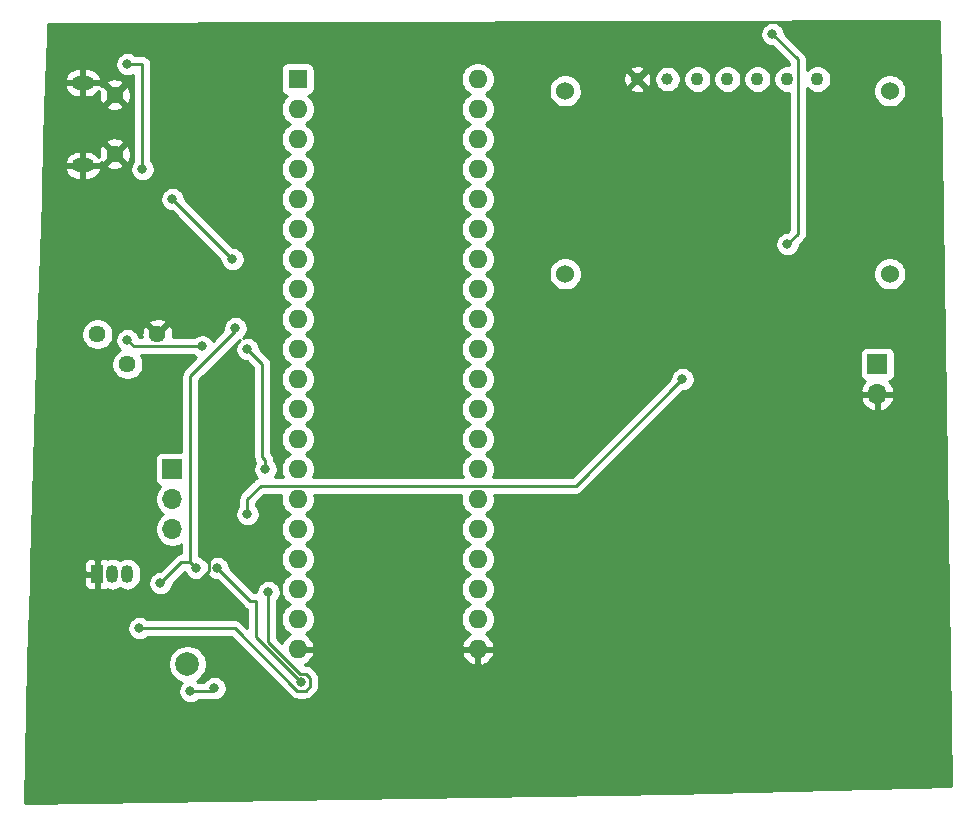
<source format=gbr>
%TF.GenerationSoftware,KiCad,Pcbnew,(5.1.6)-1*%
%TF.CreationDate,2020-11-21T18:59:33+08:00*%
%TF.ProjectId,Nov_21,4e6f765f-3231-42e6-9b69-6361645f7063,rev?*%
%TF.SameCoordinates,Original*%
%TF.FileFunction,Copper,L2,Bot*%
%TF.FilePolarity,Positive*%
%FSLAX46Y46*%
G04 Gerber Fmt 4.6, Leading zero omitted, Abs format (unit mm)*
G04 Created by KiCad (PCBNEW (5.1.6)-1) date 2020-11-21 18:59:33*
%MOMM*%
%LPD*%
G01*
G04 APERTURE LIST*
%TA.AperFunction,ComponentPad*%
%ADD10C,1.440000*%
%TD*%
%TA.AperFunction,ComponentPad*%
%ADD11R,1.050000X1.500000*%
%TD*%
%TA.AperFunction,ComponentPad*%
%ADD12O,1.050000X1.500000*%
%TD*%
%TA.AperFunction,ComponentPad*%
%ADD13C,2.000000*%
%TD*%
%TA.AperFunction,ComponentPad*%
%ADD14O,1.700000X1.700000*%
%TD*%
%TA.AperFunction,ComponentPad*%
%ADD15R,1.700000X1.700000*%
%TD*%
%TA.AperFunction,ComponentPad*%
%ADD16C,1.100000*%
%TD*%
%TA.AperFunction,ComponentPad*%
%ADD17C,1.000000*%
%TD*%
%TA.AperFunction,ComponentPad*%
%ADD18C,1.524000*%
%TD*%
%TA.AperFunction,ComponentPad*%
%ADD19O,1.600000X1.600000*%
%TD*%
%TA.AperFunction,ComponentPad*%
%ADD20R,1.600000X1.600000*%
%TD*%
%TA.AperFunction,ComponentPad*%
%ADD21O,1.900000X1.200000*%
%TD*%
%TA.AperFunction,ComponentPad*%
%ADD22C,1.450000*%
%TD*%
%TA.AperFunction,ViaPad*%
%ADD23C,0.800000*%
%TD*%
%TA.AperFunction,Conductor*%
%ADD24C,0.250000*%
%TD*%
%TA.AperFunction,Conductor*%
%ADD25C,0.254000*%
%TD*%
G04 APERTURE END LIST*
D10*
%TO.P,RV1,1*%
%TO.N,VCC*%
X125730000Y-77470000D03*
%TO.P,RV1,2*%
%TO.N,Net-(J1-Pad1)*%
X128270000Y-80010000D03*
%TO.P,RV1,3*%
%TO.N,GND*%
X130810000Y-77470000D03*
%TD*%
D11*
%TO.P,U1,1*%
%TO.N,GND*%
X125730000Y-97790000D03*
D12*
%TO.P,U1,3*%
%TO.N,VCC*%
X128270000Y-97790000D03*
%TO.P,U1,2*%
%TO.N,Net-(J3-Pad17)*%
X127000000Y-97790000D03*
%TD*%
D13*
%TO.P,TP1,1*%
%TO.N,Net-(C4-Pad1)*%
X133350000Y-105410000D03*
%TD*%
D14*
%TO.P,J6,2*%
%TO.N,GND*%
X191770000Y-82550000D03*
D15*
%TO.P,J6,1*%
%TO.N,/A_OUT*%
X191770000Y-80010000D03*
%TD*%
D16*
%TO.P,J4,7*%
%TO.N,Net-(J3-Pad35)*%
X186690000Y-55880000D03*
%TO.P,J4,6*%
%TO.N,Net-(J3-Pad36)*%
X184150000Y-55880000D03*
%TO.P,J4,5*%
%TO.N,Net-(J3-Pad37)*%
X181610000Y-55880000D03*
%TO.P,J4,3*%
%TO.N,Net-(J3-Pad39)*%
X176530000Y-55880000D03*
D17*
%TO.P,J4,2*%
%TO.N,VCC*%
X173990000Y-55880000D03*
D16*
%TO.P,J4,4*%
%TO.N,Net-(J3-Pad38)*%
X179070000Y-55880000D03*
%TO.P,J4,1*%
%TO.N,GND*%
X171450000Y-55880000D03*
D18*
%TO.P,J4,*%
%TO.N,*%
X165320000Y-72380000D03*
X192820000Y-72380000D03*
X192820000Y-56880000D03*
X165320000Y-56880000D03*
%TD*%
D19*
%TO.P,J3,40*%
%TO.N,VCC*%
X157921960Y-55880000D03*
%TO.P,J3,20*%
%TO.N,GND*%
X142681960Y-104140000D03*
%TO.P,J3,39*%
%TO.N,Net-(J3-Pad39)*%
X157921960Y-58420000D03*
%TO.P,J3,19*%
%TO.N,Net-(J3-Pad19)*%
X142681960Y-101600000D03*
%TO.P,J3,38*%
%TO.N,Net-(J3-Pad38)*%
X157921960Y-60960000D03*
%TO.P,J3,18*%
%TO.N,Net-(J3-Pad18)*%
X142681960Y-99060000D03*
%TO.P,J3,37*%
%TO.N,Net-(J3-Pad37)*%
X157921960Y-63500000D03*
%TO.P,J3,17*%
%TO.N,Net-(J3-Pad17)*%
X142681960Y-96520000D03*
%TO.P,J3,36*%
%TO.N,Net-(J3-Pad36)*%
X157921960Y-66040000D03*
%TO.P,J3,16*%
%TO.N,Net-(J3-Pad16)*%
X142681960Y-93980000D03*
%TO.P,J3,35*%
%TO.N,Net-(J3-Pad35)*%
X157921960Y-68580000D03*
%TO.P,J3,15*%
%TO.N,Net-(J3-Pad15)*%
X142681960Y-91440000D03*
%TO.P,J3,34*%
%TO.N,Net-(J3-Pad34)*%
X157921960Y-71120000D03*
%TO.P,J3,14*%
%TO.N,Net-(J3-Pad14)*%
X142681960Y-88900000D03*
%TO.P,J3,33*%
%TO.N,Net-(J3-Pad33)*%
X157921960Y-73660000D03*
%TO.P,J3,13*%
%TO.N,Net-(J3-Pad13)*%
X142681960Y-86360000D03*
%TO.P,J3,32*%
%TO.N,Net-(J3-Pad32)*%
X157921960Y-76200000D03*
%TO.P,J3,12*%
%TO.N,Net-(J3-Pad12)*%
X142681960Y-83820000D03*
%TO.P,J3,31*%
%TO.N,/DA9*%
X157921960Y-78740000D03*
%TO.P,J3,11*%
%TO.N,Net-(J3-Pad11)*%
X142681960Y-81280000D03*
%TO.P,J3,30*%
%TO.N,/DA8*%
X157921960Y-81280000D03*
%TO.P,J3,10*%
%TO.N,Net-(J3-Pad10)*%
X142681960Y-78740000D03*
%TO.P,J3,29*%
%TO.N,/DA7*%
X157921960Y-83820000D03*
%TO.P,J3,9*%
%TO.N,Net-(J3-Pad9)*%
X142681960Y-76200000D03*
%TO.P,J3,28*%
%TO.N,/DA6*%
X157921960Y-86360000D03*
%TO.P,J3,8*%
%TO.N,Net-(J3-Pad8)*%
X142681960Y-73660000D03*
%TO.P,J3,27*%
%TO.N,/DA5*%
X157921960Y-88900000D03*
%TO.P,J3,7*%
%TO.N,Net-(J3-Pad7)*%
X142681960Y-71120000D03*
%TO.P,J3,26*%
%TO.N,/DA4*%
X157921960Y-91440000D03*
%TO.P,J3,6*%
%TO.N,Net-(J3-Pad6)*%
X142681960Y-68580000D03*
%TO.P,J3,25*%
%TO.N,/DA3*%
X157921960Y-93980000D03*
%TO.P,J3,5*%
%TO.N,Net-(J3-Pad5)*%
X142681960Y-66040000D03*
%TO.P,J3,24*%
%TO.N,/DA2*%
X157921960Y-96520000D03*
%TO.P,J3,4*%
%TO.N,Net-(J3-Pad4)*%
X142681960Y-63500000D03*
%TO.P,J3,23*%
%TO.N,/DA1*%
X157921960Y-99060000D03*
%TO.P,J3,3*%
%TO.N,Net-(J3-Pad3)*%
X142681960Y-60960000D03*
%TO.P,J3,22*%
%TO.N,/DA0*%
X157921960Y-101600000D03*
%TO.P,J3,2*%
%TO.N,Net-(J3-Pad2)*%
X142681960Y-58420000D03*
%TO.P,J3,21*%
%TO.N,GND*%
X157921960Y-104140000D03*
D20*
%TO.P,J3,1*%
%TO.N,VCC*%
X142681960Y-55880000D03*
%TD*%
D21*
%TO.P,J2,6*%
%TO.N,GND*%
X124492500Y-63190000D03*
X124492500Y-56190000D03*
D22*
X127192500Y-62190000D03*
X127192500Y-57190000D03*
%TD*%
D14*
%TO.P,J1,3*%
%TO.N,/A_OUT*%
X132080000Y-93980000D03*
%TO.P,J1,2*%
%TO.N,Net-(C1-Pad1)*%
X132080000Y-91440000D03*
D15*
%TO.P,J1,1*%
%TO.N,Net-(J1-Pad1)*%
X132080000Y-88900000D03*
%TD*%
D23*
%TO.N,VCC*%
X184150000Y-69850000D03*
X182880000Y-52070000D03*
X128270000Y-54610000D03*
X129540000Y-63500000D03*
X132080000Y-66040000D03*
X137160000Y-71120000D03*
X137160000Y-71120000D03*
X128270000Y-77978000D03*
X134590999Y-78515001D03*
X143002000Y-106934000D03*
X135890000Y-97282000D03*
X131064000Y-98552000D03*
X134112000Y-97282000D03*
X137414000Y-76962000D03*
%TO.N,GND*%
X179070000Y-68580000D03*
X167640000Y-55880000D03*
X167640000Y-55880000D03*
X167640000Y-55880000D03*
X167640000Y-55880000D03*
X132080000Y-100076000D03*
X136398000Y-85598000D03*
X136398000Y-85598000D03*
%TO.N,Net-(C4-Pad1)*%
X133604000Y-107696000D03*
X135636000Y-107442000D03*
%TO.N,/A_OUT*%
X175260000Y-81280000D03*
X175260000Y-81280000D03*
X138430000Y-92710000D03*
%TO.N,Net-(J3-Pad18)*%
X129286000Y-102362000D03*
X140208000Y-99314000D03*
%TO.N,Net-(J3-Pad14)*%
X138430000Y-78740000D03*
X139954000Y-88900000D03*
%TD*%
D24*
%TO.N,VCC*%
X185025001Y-68974999D02*
X185025001Y-54215001D01*
X184150000Y-69850000D02*
X185025001Y-68974999D01*
X185025001Y-54215001D02*
X182880000Y-52070000D01*
X128270000Y-54610000D02*
X129540000Y-54610000D01*
X129540000Y-54610000D02*
X129540000Y-63500000D01*
X129540000Y-63500000D02*
X129540000Y-63500000D01*
X132080000Y-66040000D02*
X137160000Y-71120000D01*
X137160000Y-71120000D02*
X137160000Y-71120000D01*
X137160000Y-71120000D02*
X137160000Y-71120000D01*
X128807001Y-78515001D02*
X134590999Y-78515001D01*
X128270000Y-77978000D02*
X128807001Y-78515001D01*
X143002000Y-106934000D02*
X139192000Y-103124000D01*
X139192000Y-103124000D02*
X139192000Y-100076000D01*
X139192000Y-100076000D02*
X138684000Y-100076000D01*
X138684000Y-100076000D02*
X135890000Y-97282000D01*
X131064000Y-98552000D02*
X132842000Y-96774000D01*
X132842000Y-96774000D02*
X133604000Y-96774000D01*
X133604000Y-96774000D02*
X134112000Y-97282000D01*
X133604000Y-96774000D02*
X133604000Y-81026000D01*
X133604000Y-81026000D02*
X137414000Y-77216000D01*
X137414000Y-77216000D02*
X137414000Y-76962000D01*
%TO.N,GND*%
X179070000Y-68580000D02*
X179070000Y-67310000D01*
X179070000Y-67310000D02*
X167640000Y-55880000D01*
X167640000Y-55880000D02*
X167640000Y-55880000D01*
X167640000Y-55880000D02*
X167640000Y-55880000D01*
X167640000Y-55880000D02*
X167640000Y-55880000D01*
X167640000Y-55880000D02*
X167640000Y-55880000D01*
X135164999Y-97556686D02*
X135164999Y-87339001D01*
X132080000Y-100076000D02*
X132645685Y-100076000D01*
X132645685Y-100076000D02*
X135164999Y-97556686D01*
X135164999Y-87339001D02*
X136398000Y-86106000D01*
X136398000Y-86106000D02*
X136398000Y-85598000D01*
%TO.N,Net-(C4-Pad1)*%
X133604000Y-107696000D02*
X135382000Y-107696000D01*
X135382000Y-107696000D02*
X135636000Y-107442000D01*
%TO.N,/A_OUT*%
X166225001Y-90314999D02*
X139555001Y-90314999D01*
X175260000Y-81280000D02*
X166225001Y-90314999D01*
X139555001Y-90314999D02*
X138430000Y-91440000D01*
X138430000Y-91440000D02*
X138430000Y-92710000D01*
X138430000Y-92710000D02*
X138430000Y-92710000D01*
%TO.N,Net-(J3-Pad18)*%
X142913409Y-106208999D02*
X140208000Y-103503590D01*
X143727001Y-106585999D02*
X143350001Y-106208999D01*
X143350001Y-106208999D02*
X142913409Y-106208999D01*
X137356998Y-102362000D02*
X142653999Y-107659001D01*
X142653999Y-107659001D02*
X143350001Y-107659001D01*
X129286000Y-102362000D02*
X137356998Y-102362000D01*
X143727001Y-107282001D02*
X143727001Y-106585999D01*
X143350001Y-107659001D02*
X143727001Y-107282001D01*
X140208000Y-103503590D02*
X140208000Y-99314000D01*
%TO.N,Net-(J3-Pad14)*%
X138430000Y-78740000D02*
X139700000Y-80010000D01*
X139700000Y-80010000D02*
X139700000Y-87884000D01*
X139700000Y-87884000D02*
X139954000Y-88138000D01*
X139954000Y-88138000D02*
X139954000Y-88900000D01*
%TD*%
D25*
%TO.N,GND*%
G36*
X197991050Y-115700184D02*
G01*
X174448528Y-116288747D01*
X119575559Y-117159747D01*
X119889000Y-105248967D01*
X131715000Y-105248967D01*
X131715000Y-105571033D01*
X131777832Y-105886912D01*
X131901082Y-106184463D01*
X132080013Y-106452252D01*
X132307748Y-106679987D01*
X132575537Y-106858918D01*
X132859676Y-106976613D01*
X132800063Y-107036226D01*
X132686795Y-107205744D01*
X132608774Y-107394102D01*
X132569000Y-107594061D01*
X132569000Y-107797939D01*
X132608774Y-107997898D01*
X132686795Y-108186256D01*
X132800063Y-108355774D01*
X132944226Y-108499937D01*
X133113744Y-108613205D01*
X133302102Y-108691226D01*
X133502061Y-108731000D01*
X133705939Y-108731000D01*
X133905898Y-108691226D01*
X134094256Y-108613205D01*
X134263774Y-108499937D01*
X134307711Y-108456000D01*
X135344678Y-108456000D01*
X135382000Y-108459676D01*
X135419322Y-108456000D01*
X135419333Y-108456000D01*
X135425455Y-108455397D01*
X135534061Y-108477000D01*
X135737939Y-108477000D01*
X135937898Y-108437226D01*
X136126256Y-108359205D01*
X136295774Y-108245937D01*
X136439937Y-108101774D01*
X136553205Y-107932256D01*
X136631226Y-107743898D01*
X136671000Y-107543939D01*
X136671000Y-107340061D01*
X136631226Y-107140102D01*
X136553205Y-106951744D01*
X136439937Y-106782226D01*
X136295774Y-106638063D01*
X136126256Y-106524795D01*
X135937898Y-106446774D01*
X135737939Y-106407000D01*
X135534061Y-106407000D01*
X135334102Y-106446774D01*
X135145744Y-106524795D01*
X134976226Y-106638063D01*
X134832063Y-106782226D01*
X134729315Y-106936000D01*
X134307711Y-106936000D01*
X134263774Y-106892063D01*
X134169316Y-106828948D01*
X134392252Y-106679987D01*
X134619987Y-106452252D01*
X134798918Y-106184463D01*
X134922168Y-105886912D01*
X134985000Y-105571033D01*
X134985000Y-105248967D01*
X134922168Y-104933088D01*
X134798918Y-104635537D01*
X134619987Y-104367748D01*
X134392252Y-104140013D01*
X134124463Y-103961082D01*
X133826912Y-103837832D01*
X133511033Y-103775000D01*
X133188967Y-103775000D01*
X132873088Y-103837832D01*
X132575537Y-103961082D01*
X132307748Y-104140013D01*
X132080013Y-104367748D01*
X131901082Y-104635537D01*
X131777832Y-104933088D01*
X131715000Y-105248967D01*
X119889000Y-105248967D01*
X119956316Y-102690978D01*
X120083548Y-98540000D01*
X124566928Y-98540000D01*
X124579188Y-98664482D01*
X124615498Y-98784180D01*
X124674463Y-98894494D01*
X124753815Y-98991185D01*
X124850506Y-99070537D01*
X124960820Y-99129502D01*
X125080518Y-99165812D01*
X125205000Y-99178072D01*
X125444250Y-99175000D01*
X125603000Y-99016250D01*
X125603000Y-97917000D01*
X124728750Y-97917000D01*
X124570000Y-98075750D01*
X124566928Y-98540000D01*
X120083548Y-98540000D01*
X120129525Y-97040000D01*
X124566928Y-97040000D01*
X124570000Y-97504250D01*
X124728750Y-97663000D01*
X125603000Y-97663000D01*
X125603000Y-97508022D01*
X125840000Y-97508022D01*
X125840000Y-98071979D01*
X125856785Y-98242400D01*
X125857000Y-98243109D01*
X125857000Y-99016250D01*
X126015750Y-99175000D01*
X126255000Y-99178072D01*
X126379482Y-99165812D01*
X126499180Y-99129502D01*
X126563902Y-99094907D01*
X126772601Y-99158215D01*
X127000000Y-99180612D01*
X127227400Y-99158215D01*
X127446060Y-99091885D01*
X127635000Y-98990894D01*
X127823941Y-99091885D01*
X128042601Y-99158215D01*
X128270000Y-99180612D01*
X128497400Y-99158215D01*
X128716060Y-99091885D01*
X128917579Y-98984171D01*
X129094212Y-98839212D01*
X129239171Y-98662579D01*
X129346885Y-98461059D01*
X129413215Y-98242399D01*
X129430000Y-98071978D01*
X129430000Y-97508021D01*
X129413215Y-97337600D01*
X129346885Y-97118940D01*
X129239171Y-96917421D01*
X129094212Y-96740788D01*
X128917578Y-96595829D01*
X128716059Y-96488115D01*
X128497399Y-96421785D01*
X128270000Y-96399388D01*
X128042600Y-96421785D01*
X127823940Y-96488115D01*
X127635000Y-96589106D01*
X127446059Y-96488115D01*
X127227399Y-96421785D01*
X127000000Y-96399388D01*
X126772600Y-96421785D01*
X126563902Y-96485093D01*
X126499180Y-96450498D01*
X126379482Y-96414188D01*
X126255000Y-96401928D01*
X126015750Y-96405000D01*
X125857000Y-96563750D01*
X125857000Y-97336892D01*
X125856785Y-97337601D01*
X125840000Y-97508022D01*
X125603000Y-97508022D01*
X125603000Y-96563750D01*
X125444250Y-96405000D01*
X125205000Y-96401928D01*
X125080518Y-96414188D01*
X124960820Y-96450498D01*
X124850506Y-96509463D01*
X124753815Y-96588815D01*
X124674463Y-96685506D01*
X124615498Y-96795820D01*
X124579188Y-96915518D01*
X124566928Y-97040000D01*
X120129525Y-97040000D01*
X120655608Y-79876544D01*
X126915000Y-79876544D01*
X126915000Y-80143456D01*
X126967072Y-80405239D01*
X127069215Y-80651833D01*
X127217503Y-80873762D01*
X127406238Y-81062497D01*
X127628167Y-81210785D01*
X127874761Y-81312928D01*
X128136544Y-81365000D01*
X128403456Y-81365000D01*
X128665239Y-81312928D01*
X128911833Y-81210785D01*
X129133762Y-81062497D01*
X129322497Y-80873762D01*
X129470785Y-80651833D01*
X129572928Y-80405239D01*
X129625000Y-80143456D01*
X129625000Y-79876544D01*
X129572928Y-79614761D01*
X129470785Y-79368167D01*
X129408534Y-79275001D01*
X133887288Y-79275001D01*
X133931225Y-79318938D01*
X134100743Y-79432206D01*
X134116476Y-79438723D01*
X133092998Y-80462201D01*
X133064000Y-80485999D01*
X133040202Y-80514997D01*
X133040201Y-80514998D01*
X132969026Y-80601724D01*
X132898454Y-80733754D01*
X132868180Y-80833558D01*
X132855985Y-80873762D01*
X132854998Y-80877015D01*
X132840324Y-81026000D01*
X132844001Y-81063333D01*
X132844001Y-87411928D01*
X131230000Y-87411928D01*
X131105518Y-87424188D01*
X130985820Y-87460498D01*
X130875506Y-87519463D01*
X130778815Y-87598815D01*
X130699463Y-87695506D01*
X130640498Y-87805820D01*
X130604188Y-87925518D01*
X130591928Y-88050000D01*
X130591928Y-89750000D01*
X130604188Y-89874482D01*
X130640498Y-89994180D01*
X130699463Y-90104494D01*
X130778815Y-90201185D01*
X130875506Y-90280537D01*
X130985820Y-90339502D01*
X131058380Y-90361513D01*
X130926525Y-90493368D01*
X130764010Y-90736589D01*
X130652068Y-91006842D01*
X130595000Y-91293740D01*
X130595000Y-91586260D01*
X130652068Y-91873158D01*
X130764010Y-92143411D01*
X130926525Y-92386632D01*
X131133368Y-92593475D01*
X131307760Y-92710000D01*
X131133368Y-92826525D01*
X130926525Y-93033368D01*
X130764010Y-93276589D01*
X130652068Y-93546842D01*
X130595000Y-93833740D01*
X130595000Y-94126260D01*
X130652068Y-94413158D01*
X130764010Y-94683411D01*
X130926525Y-94926632D01*
X131133368Y-95133475D01*
X131376589Y-95295990D01*
X131646842Y-95407932D01*
X131933740Y-95465000D01*
X132226260Y-95465000D01*
X132513158Y-95407932D01*
X132783411Y-95295990D01*
X132844000Y-95255506D01*
X132844000Y-96010521D01*
X132842000Y-96010324D01*
X132804675Y-96014000D01*
X132804667Y-96014000D01*
X132693014Y-96024997D01*
X132549753Y-96068454D01*
X132417724Y-96139026D01*
X132301999Y-96233999D01*
X132278201Y-96262997D01*
X131024199Y-97517000D01*
X130962061Y-97517000D01*
X130762102Y-97556774D01*
X130573744Y-97634795D01*
X130404226Y-97748063D01*
X130260063Y-97892226D01*
X130146795Y-98061744D01*
X130068774Y-98250102D01*
X130029000Y-98450061D01*
X130029000Y-98653939D01*
X130068774Y-98853898D01*
X130146795Y-99042256D01*
X130260063Y-99211774D01*
X130404226Y-99355937D01*
X130573744Y-99469205D01*
X130762102Y-99547226D01*
X130962061Y-99587000D01*
X131165939Y-99587000D01*
X131365898Y-99547226D01*
X131554256Y-99469205D01*
X131723774Y-99355937D01*
X131867937Y-99211774D01*
X131981205Y-99042256D01*
X132059226Y-98853898D01*
X132099000Y-98653939D01*
X132099000Y-98591801D01*
X133115136Y-97575665D01*
X133116774Y-97583898D01*
X133194795Y-97772256D01*
X133308063Y-97941774D01*
X133452226Y-98085937D01*
X133621744Y-98199205D01*
X133810102Y-98277226D01*
X134010061Y-98317000D01*
X134213939Y-98317000D01*
X134413898Y-98277226D01*
X134602256Y-98199205D01*
X134771774Y-98085937D01*
X134915937Y-97941774D01*
X135001000Y-97814468D01*
X135086063Y-97941774D01*
X135230226Y-98085937D01*
X135399744Y-98199205D01*
X135588102Y-98277226D01*
X135788061Y-98317000D01*
X135850199Y-98317000D01*
X138120201Y-100587003D01*
X138143999Y-100616001D01*
X138259724Y-100710974D01*
X138391753Y-100781546D01*
X138432001Y-100793755D01*
X138432000Y-102362201D01*
X137920802Y-101851003D01*
X137896999Y-101821999D01*
X137781274Y-101727026D01*
X137649245Y-101656454D01*
X137505984Y-101612997D01*
X137394331Y-101602000D01*
X137394320Y-101602000D01*
X137356998Y-101598324D01*
X137319676Y-101602000D01*
X129989711Y-101602000D01*
X129945774Y-101558063D01*
X129776256Y-101444795D01*
X129587898Y-101366774D01*
X129387939Y-101327000D01*
X129184061Y-101327000D01*
X128984102Y-101366774D01*
X128795744Y-101444795D01*
X128626226Y-101558063D01*
X128482063Y-101702226D01*
X128368795Y-101871744D01*
X128290774Y-102060102D01*
X128251000Y-102260061D01*
X128251000Y-102463939D01*
X128290774Y-102663898D01*
X128368795Y-102852256D01*
X128482063Y-103021774D01*
X128626226Y-103165937D01*
X128795744Y-103279205D01*
X128984102Y-103357226D01*
X129184061Y-103397000D01*
X129387939Y-103397000D01*
X129587898Y-103357226D01*
X129776256Y-103279205D01*
X129945774Y-103165937D01*
X129989711Y-103122000D01*
X137042197Y-103122000D01*
X142090200Y-108170004D01*
X142113998Y-108199002D01*
X142229723Y-108293975D01*
X142361752Y-108364547D01*
X142505013Y-108408004D01*
X142616666Y-108419001D01*
X142616674Y-108419001D01*
X142653999Y-108422677D01*
X142691324Y-108419001D01*
X143312679Y-108419001D01*
X143350001Y-108422677D01*
X143387323Y-108419001D01*
X143387334Y-108419001D01*
X143498987Y-108408004D01*
X143642248Y-108364547D01*
X143774277Y-108293975D01*
X143890002Y-108199002D01*
X143913805Y-108169998D01*
X144237999Y-107845804D01*
X144267002Y-107822002D01*
X144361975Y-107706277D01*
X144432547Y-107574248D01*
X144476004Y-107430987D01*
X144487001Y-107319334D01*
X144487001Y-107319333D01*
X144490678Y-107282001D01*
X144487001Y-107244668D01*
X144487001Y-106623332D01*
X144490678Y-106585999D01*
X144476004Y-106437013D01*
X144432547Y-106293752D01*
X144374130Y-106184463D01*
X144361975Y-106161723D01*
X144267002Y-106045998D01*
X144237998Y-106022195D01*
X143913805Y-105698002D01*
X143890002Y-105668998D01*
X143774277Y-105574025D01*
X143642248Y-105503453D01*
X143498987Y-105459996D01*
X143387334Y-105448999D01*
X143387323Y-105448999D01*
X143350001Y-105445323D01*
X143312679Y-105448999D01*
X143262529Y-105448999D01*
X143295841Y-105437070D01*
X143537091Y-105292385D01*
X143745479Y-105103414D01*
X143912997Y-104877420D01*
X144033206Y-104623087D01*
X144073864Y-104489039D01*
X156530056Y-104489039D01*
X156570714Y-104623087D01*
X156690923Y-104877420D01*
X156858441Y-105103414D01*
X157066829Y-105292385D01*
X157308079Y-105437070D01*
X157572920Y-105531909D01*
X157794960Y-105410624D01*
X157794960Y-104267000D01*
X158048960Y-104267000D01*
X158048960Y-105410624D01*
X158271000Y-105531909D01*
X158535841Y-105437070D01*
X158777091Y-105292385D01*
X158985479Y-105103414D01*
X159152997Y-104877420D01*
X159273206Y-104623087D01*
X159313864Y-104489039D01*
X159191875Y-104267000D01*
X158048960Y-104267000D01*
X157794960Y-104267000D01*
X156652045Y-104267000D01*
X156530056Y-104489039D01*
X144073864Y-104489039D01*
X143951875Y-104267000D01*
X142808960Y-104267000D01*
X142808960Y-104287000D01*
X142554960Y-104287000D01*
X142554960Y-104267000D01*
X142534960Y-104267000D01*
X142534960Y-104013000D01*
X142554960Y-104013000D01*
X142554960Y-103993000D01*
X142808960Y-103993000D01*
X142808960Y-104013000D01*
X143951875Y-104013000D01*
X144073864Y-103790961D01*
X144033206Y-103656913D01*
X143912997Y-103402580D01*
X143745479Y-103176586D01*
X143537091Y-102987615D01*
X143351095Y-102876067D01*
X143361687Y-102871680D01*
X143596719Y-102714637D01*
X143796597Y-102514759D01*
X143953640Y-102279727D01*
X144061813Y-102018574D01*
X144116960Y-101741335D01*
X144116960Y-101458665D01*
X144061813Y-101181426D01*
X143953640Y-100920273D01*
X143796597Y-100685241D01*
X143596719Y-100485363D01*
X143364201Y-100330000D01*
X143596719Y-100174637D01*
X143796597Y-99974759D01*
X143953640Y-99739727D01*
X144061813Y-99478574D01*
X144116960Y-99201335D01*
X144116960Y-98918665D01*
X144061813Y-98641426D01*
X143953640Y-98380273D01*
X143796597Y-98145241D01*
X143596719Y-97945363D01*
X143364201Y-97790000D01*
X143596719Y-97634637D01*
X143796597Y-97434759D01*
X143953640Y-97199727D01*
X144061813Y-96938574D01*
X144116960Y-96661335D01*
X144116960Y-96378665D01*
X144061813Y-96101426D01*
X143953640Y-95840273D01*
X143796597Y-95605241D01*
X143596719Y-95405363D01*
X143364201Y-95250000D01*
X143596719Y-95094637D01*
X143796597Y-94894759D01*
X143953640Y-94659727D01*
X144061813Y-94398574D01*
X144116960Y-94121335D01*
X144116960Y-93838665D01*
X144061813Y-93561426D01*
X143953640Y-93300273D01*
X143796597Y-93065241D01*
X143596719Y-92865363D01*
X143364201Y-92710000D01*
X143596719Y-92554637D01*
X143796597Y-92354759D01*
X143953640Y-92119727D01*
X144061813Y-91858574D01*
X144116960Y-91581335D01*
X144116960Y-91298665D01*
X144072469Y-91074999D01*
X156531451Y-91074999D01*
X156486960Y-91298665D01*
X156486960Y-91581335D01*
X156542107Y-91858574D01*
X156650280Y-92119727D01*
X156807323Y-92354759D01*
X157007201Y-92554637D01*
X157239719Y-92710000D01*
X157007201Y-92865363D01*
X156807323Y-93065241D01*
X156650280Y-93300273D01*
X156542107Y-93561426D01*
X156486960Y-93838665D01*
X156486960Y-94121335D01*
X156542107Y-94398574D01*
X156650280Y-94659727D01*
X156807323Y-94894759D01*
X157007201Y-95094637D01*
X157239719Y-95250000D01*
X157007201Y-95405363D01*
X156807323Y-95605241D01*
X156650280Y-95840273D01*
X156542107Y-96101426D01*
X156486960Y-96378665D01*
X156486960Y-96661335D01*
X156542107Y-96938574D01*
X156650280Y-97199727D01*
X156807323Y-97434759D01*
X157007201Y-97634637D01*
X157239719Y-97790000D01*
X157007201Y-97945363D01*
X156807323Y-98145241D01*
X156650280Y-98380273D01*
X156542107Y-98641426D01*
X156486960Y-98918665D01*
X156486960Y-99201335D01*
X156542107Y-99478574D01*
X156650280Y-99739727D01*
X156807323Y-99974759D01*
X157007201Y-100174637D01*
X157239719Y-100330000D01*
X157007201Y-100485363D01*
X156807323Y-100685241D01*
X156650280Y-100920273D01*
X156542107Y-101181426D01*
X156486960Y-101458665D01*
X156486960Y-101741335D01*
X156542107Y-102018574D01*
X156650280Y-102279727D01*
X156807323Y-102514759D01*
X157007201Y-102714637D01*
X157242233Y-102871680D01*
X157252825Y-102876067D01*
X157066829Y-102987615D01*
X156858441Y-103176586D01*
X156690923Y-103402580D01*
X156570714Y-103656913D01*
X156530056Y-103790961D01*
X156652045Y-104013000D01*
X157794960Y-104013000D01*
X157794960Y-103993000D01*
X158048960Y-103993000D01*
X158048960Y-104013000D01*
X159191875Y-104013000D01*
X159313864Y-103790961D01*
X159273206Y-103656913D01*
X159152997Y-103402580D01*
X158985479Y-103176586D01*
X158777091Y-102987615D01*
X158591095Y-102876067D01*
X158601687Y-102871680D01*
X158836719Y-102714637D01*
X159036597Y-102514759D01*
X159193640Y-102279727D01*
X159301813Y-102018574D01*
X159356960Y-101741335D01*
X159356960Y-101458665D01*
X159301813Y-101181426D01*
X159193640Y-100920273D01*
X159036597Y-100685241D01*
X158836719Y-100485363D01*
X158604201Y-100330000D01*
X158836719Y-100174637D01*
X159036597Y-99974759D01*
X159193640Y-99739727D01*
X159301813Y-99478574D01*
X159356960Y-99201335D01*
X159356960Y-98918665D01*
X159301813Y-98641426D01*
X159193640Y-98380273D01*
X159036597Y-98145241D01*
X158836719Y-97945363D01*
X158604201Y-97790000D01*
X158836719Y-97634637D01*
X159036597Y-97434759D01*
X159193640Y-97199727D01*
X159301813Y-96938574D01*
X159356960Y-96661335D01*
X159356960Y-96378665D01*
X159301813Y-96101426D01*
X159193640Y-95840273D01*
X159036597Y-95605241D01*
X158836719Y-95405363D01*
X158604201Y-95250000D01*
X158836719Y-95094637D01*
X159036597Y-94894759D01*
X159193640Y-94659727D01*
X159301813Y-94398574D01*
X159356960Y-94121335D01*
X159356960Y-93838665D01*
X159301813Y-93561426D01*
X159193640Y-93300273D01*
X159036597Y-93065241D01*
X158836719Y-92865363D01*
X158604201Y-92710000D01*
X158836719Y-92554637D01*
X159036597Y-92354759D01*
X159193640Y-92119727D01*
X159301813Y-91858574D01*
X159356960Y-91581335D01*
X159356960Y-91298665D01*
X159312469Y-91074999D01*
X166187679Y-91074999D01*
X166225001Y-91078675D01*
X166262323Y-91074999D01*
X166262334Y-91074999D01*
X166373987Y-91064002D01*
X166517248Y-91020545D01*
X166649277Y-90949973D01*
X166765002Y-90855000D01*
X166788805Y-90825996D01*
X174707911Y-82906890D01*
X190328524Y-82906890D01*
X190373175Y-83054099D01*
X190498359Y-83316920D01*
X190672412Y-83550269D01*
X190888645Y-83745178D01*
X191138748Y-83894157D01*
X191413109Y-83991481D01*
X191643000Y-83870814D01*
X191643000Y-82677000D01*
X191897000Y-82677000D01*
X191897000Y-83870814D01*
X192126891Y-83991481D01*
X192401252Y-83894157D01*
X192651355Y-83745178D01*
X192867588Y-83550269D01*
X193041641Y-83316920D01*
X193166825Y-83054099D01*
X193211476Y-82906890D01*
X193090155Y-82677000D01*
X191897000Y-82677000D01*
X191643000Y-82677000D01*
X190449845Y-82677000D01*
X190328524Y-82906890D01*
X174707911Y-82906890D01*
X175299802Y-82315000D01*
X175361939Y-82315000D01*
X175561898Y-82275226D01*
X175750256Y-82197205D01*
X175919774Y-82083937D01*
X176063937Y-81939774D01*
X176177205Y-81770256D01*
X176255226Y-81581898D01*
X176295000Y-81381939D01*
X176295000Y-81178061D01*
X176255226Y-80978102D01*
X176177205Y-80789744D01*
X176063937Y-80620226D01*
X175919774Y-80476063D01*
X175750256Y-80362795D01*
X175561898Y-80284774D01*
X175361939Y-80245000D01*
X175158061Y-80245000D01*
X174958102Y-80284774D01*
X174769744Y-80362795D01*
X174600226Y-80476063D01*
X174456063Y-80620226D01*
X174342795Y-80789744D01*
X174264774Y-80978102D01*
X174225000Y-81178061D01*
X174225000Y-81240198D01*
X165910200Y-89554999D01*
X159203883Y-89554999D01*
X159301813Y-89318574D01*
X159356960Y-89041335D01*
X159356960Y-88758665D01*
X159301813Y-88481426D01*
X159193640Y-88220273D01*
X159036597Y-87985241D01*
X158836719Y-87785363D01*
X158604201Y-87630000D01*
X158836719Y-87474637D01*
X159036597Y-87274759D01*
X159193640Y-87039727D01*
X159301813Y-86778574D01*
X159356960Y-86501335D01*
X159356960Y-86218665D01*
X159301813Y-85941426D01*
X159193640Y-85680273D01*
X159036597Y-85445241D01*
X158836719Y-85245363D01*
X158604201Y-85090000D01*
X158836719Y-84934637D01*
X159036597Y-84734759D01*
X159193640Y-84499727D01*
X159301813Y-84238574D01*
X159356960Y-83961335D01*
X159356960Y-83678665D01*
X159301813Y-83401426D01*
X159193640Y-83140273D01*
X159036597Y-82905241D01*
X158836719Y-82705363D01*
X158604201Y-82550000D01*
X158836719Y-82394637D01*
X159036597Y-82194759D01*
X159193640Y-81959727D01*
X159301813Y-81698574D01*
X159356960Y-81421335D01*
X159356960Y-81138665D01*
X159301813Y-80861426D01*
X159193640Y-80600273D01*
X159036597Y-80365241D01*
X158836719Y-80165363D01*
X158604201Y-80010000D01*
X158836719Y-79854637D01*
X159036597Y-79654759D01*
X159193640Y-79419727D01*
X159301222Y-79160000D01*
X190281928Y-79160000D01*
X190281928Y-80860000D01*
X190294188Y-80984482D01*
X190330498Y-81104180D01*
X190389463Y-81214494D01*
X190468815Y-81311185D01*
X190565506Y-81390537D01*
X190675820Y-81449502D01*
X190756466Y-81473966D01*
X190672412Y-81549731D01*
X190498359Y-81783080D01*
X190373175Y-82045901D01*
X190328524Y-82193110D01*
X190449845Y-82423000D01*
X191643000Y-82423000D01*
X191643000Y-82403000D01*
X191897000Y-82403000D01*
X191897000Y-82423000D01*
X193090155Y-82423000D01*
X193211476Y-82193110D01*
X193166825Y-82045901D01*
X193041641Y-81783080D01*
X192867588Y-81549731D01*
X192783534Y-81473966D01*
X192864180Y-81449502D01*
X192974494Y-81390537D01*
X193071185Y-81311185D01*
X193150537Y-81214494D01*
X193209502Y-81104180D01*
X193245812Y-80984482D01*
X193258072Y-80860000D01*
X193258072Y-79160000D01*
X193245812Y-79035518D01*
X193209502Y-78915820D01*
X193150537Y-78805506D01*
X193071185Y-78708815D01*
X192974494Y-78629463D01*
X192864180Y-78570498D01*
X192744482Y-78534188D01*
X192620000Y-78521928D01*
X190920000Y-78521928D01*
X190795518Y-78534188D01*
X190675820Y-78570498D01*
X190565506Y-78629463D01*
X190468815Y-78708815D01*
X190389463Y-78805506D01*
X190330498Y-78915820D01*
X190294188Y-79035518D01*
X190281928Y-79160000D01*
X159301222Y-79160000D01*
X159301813Y-79158574D01*
X159356960Y-78881335D01*
X159356960Y-78598665D01*
X159301813Y-78321426D01*
X159193640Y-78060273D01*
X159036597Y-77825241D01*
X158836719Y-77625363D01*
X158604201Y-77470000D01*
X158836719Y-77314637D01*
X159036597Y-77114759D01*
X159193640Y-76879727D01*
X159301813Y-76618574D01*
X159356960Y-76341335D01*
X159356960Y-76058665D01*
X159301813Y-75781426D01*
X159193640Y-75520273D01*
X159036597Y-75285241D01*
X158836719Y-75085363D01*
X158604201Y-74930000D01*
X158836719Y-74774637D01*
X159036597Y-74574759D01*
X159193640Y-74339727D01*
X159301813Y-74078574D01*
X159356960Y-73801335D01*
X159356960Y-73518665D01*
X159301813Y-73241426D01*
X159193640Y-72980273D01*
X159036597Y-72745241D01*
X158836719Y-72545363D01*
X158604201Y-72390000D01*
X158825088Y-72242408D01*
X163923000Y-72242408D01*
X163923000Y-72517592D01*
X163976686Y-72787490D01*
X164081995Y-73041727D01*
X164234880Y-73270535D01*
X164429465Y-73465120D01*
X164658273Y-73618005D01*
X164912510Y-73723314D01*
X165182408Y-73777000D01*
X165457592Y-73777000D01*
X165727490Y-73723314D01*
X165981727Y-73618005D01*
X166210535Y-73465120D01*
X166405120Y-73270535D01*
X166558005Y-73041727D01*
X166663314Y-72787490D01*
X166717000Y-72517592D01*
X166717000Y-72242408D01*
X191423000Y-72242408D01*
X191423000Y-72517592D01*
X191476686Y-72787490D01*
X191581995Y-73041727D01*
X191734880Y-73270535D01*
X191929465Y-73465120D01*
X192158273Y-73618005D01*
X192412510Y-73723314D01*
X192682408Y-73777000D01*
X192957592Y-73777000D01*
X193227490Y-73723314D01*
X193481727Y-73618005D01*
X193710535Y-73465120D01*
X193905120Y-73270535D01*
X194058005Y-73041727D01*
X194163314Y-72787490D01*
X194217000Y-72517592D01*
X194217000Y-72242408D01*
X194163314Y-71972510D01*
X194058005Y-71718273D01*
X193905120Y-71489465D01*
X193710535Y-71294880D01*
X193481727Y-71141995D01*
X193227490Y-71036686D01*
X192957592Y-70983000D01*
X192682408Y-70983000D01*
X192412510Y-71036686D01*
X192158273Y-71141995D01*
X191929465Y-71294880D01*
X191734880Y-71489465D01*
X191581995Y-71718273D01*
X191476686Y-71972510D01*
X191423000Y-72242408D01*
X166717000Y-72242408D01*
X166663314Y-71972510D01*
X166558005Y-71718273D01*
X166405120Y-71489465D01*
X166210535Y-71294880D01*
X165981727Y-71141995D01*
X165727490Y-71036686D01*
X165457592Y-70983000D01*
X165182408Y-70983000D01*
X164912510Y-71036686D01*
X164658273Y-71141995D01*
X164429465Y-71294880D01*
X164234880Y-71489465D01*
X164081995Y-71718273D01*
X163976686Y-71972510D01*
X163923000Y-72242408D01*
X158825088Y-72242408D01*
X158836719Y-72234637D01*
X159036597Y-72034759D01*
X159193640Y-71799727D01*
X159301813Y-71538574D01*
X159356960Y-71261335D01*
X159356960Y-70978665D01*
X159301813Y-70701426D01*
X159193640Y-70440273D01*
X159036597Y-70205241D01*
X158836719Y-70005363D01*
X158604201Y-69850000D01*
X158836719Y-69694637D01*
X159036597Y-69494759D01*
X159193640Y-69259727D01*
X159301813Y-68998574D01*
X159356960Y-68721335D01*
X159356960Y-68438665D01*
X159301813Y-68161426D01*
X159193640Y-67900273D01*
X159036597Y-67665241D01*
X158836719Y-67465363D01*
X158604201Y-67310000D01*
X158836719Y-67154637D01*
X159036597Y-66954759D01*
X159193640Y-66719727D01*
X159301813Y-66458574D01*
X159356960Y-66181335D01*
X159356960Y-65898665D01*
X159301813Y-65621426D01*
X159193640Y-65360273D01*
X159036597Y-65125241D01*
X158836719Y-64925363D01*
X158604201Y-64770000D01*
X158836719Y-64614637D01*
X159036597Y-64414759D01*
X159193640Y-64179727D01*
X159301813Y-63918574D01*
X159356960Y-63641335D01*
X159356960Y-63358665D01*
X159301813Y-63081426D01*
X159193640Y-62820273D01*
X159036597Y-62585241D01*
X158836719Y-62385363D01*
X158604201Y-62230000D01*
X158836719Y-62074637D01*
X159036597Y-61874759D01*
X159193640Y-61639727D01*
X159301813Y-61378574D01*
X159356960Y-61101335D01*
X159356960Y-60818665D01*
X159301813Y-60541426D01*
X159193640Y-60280273D01*
X159036597Y-60045241D01*
X158836719Y-59845363D01*
X158604201Y-59690000D01*
X158836719Y-59534637D01*
X159036597Y-59334759D01*
X159193640Y-59099727D01*
X159301813Y-58838574D01*
X159356960Y-58561335D01*
X159356960Y-58278665D01*
X159301813Y-58001426D01*
X159193640Y-57740273D01*
X159036597Y-57505241D01*
X158836719Y-57305363D01*
X158604201Y-57150000D01*
X158836719Y-56994637D01*
X159036597Y-56794759D01*
X159071576Y-56742408D01*
X163923000Y-56742408D01*
X163923000Y-57017592D01*
X163976686Y-57287490D01*
X164081995Y-57541727D01*
X164234880Y-57770535D01*
X164429465Y-57965120D01*
X164658273Y-58118005D01*
X164912510Y-58223314D01*
X165182408Y-58277000D01*
X165457592Y-58277000D01*
X165727490Y-58223314D01*
X165981727Y-58118005D01*
X166210535Y-57965120D01*
X166405120Y-57770535D01*
X166558005Y-57541727D01*
X166663314Y-57287490D01*
X166717000Y-57017592D01*
X166717000Y-56742408D01*
X166707367Y-56693979D01*
X170815626Y-56693979D01*
X170856841Y-56912478D01*
X171069665Y-57008359D01*
X171297105Y-57060878D01*
X171530421Y-57068016D01*
X171760646Y-57029500D01*
X171978934Y-56946808D01*
X172043159Y-56912478D01*
X172084374Y-56693979D01*
X171450000Y-56059605D01*
X170815626Y-56693979D01*
X166707367Y-56693979D01*
X166663314Y-56472510D01*
X166558005Y-56218273D01*
X166405120Y-55989465D01*
X166376076Y-55960421D01*
X170261984Y-55960421D01*
X170300500Y-56190646D01*
X170383192Y-56408934D01*
X170417522Y-56473159D01*
X170636021Y-56514374D01*
X171270395Y-55880000D01*
X171629605Y-55880000D01*
X172263979Y-56514374D01*
X172482478Y-56473159D01*
X172578359Y-56260335D01*
X172630878Y-56032895D01*
X172638016Y-55799579D01*
X172632769Y-55768212D01*
X172855000Y-55768212D01*
X172855000Y-55991788D01*
X172898617Y-56211067D01*
X172984176Y-56417624D01*
X173108388Y-56603520D01*
X173266480Y-56761612D01*
X173452376Y-56885824D01*
X173658933Y-56971383D01*
X173878212Y-57015000D01*
X174101788Y-57015000D01*
X174321067Y-56971383D01*
X174527624Y-56885824D01*
X174713520Y-56761612D01*
X174871612Y-56603520D01*
X174995824Y-56417624D01*
X175081383Y-56211067D01*
X175125000Y-55991788D01*
X175125000Y-55768212D01*
X175124021Y-55763288D01*
X175345000Y-55763288D01*
X175345000Y-55996712D01*
X175390539Y-56225652D01*
X175479866Y-56441308D01*
X175609550Y-56635394D01*
X175774606Y-56800450D01*
X175968692Y-56930134D01*
X176184348Y-57019461D01*
X176413288Y-57065000D01*
X176646712Y-57065000D01*
X176875652Y-57019461D01*
X177091308Y-56930134D01*
X177285394Y-56800450D01*
X177450450Y-56635394D01*
X177580134Y-56441308D01*
X177669461Y-56225652D01*
X177715000Y-55996712D01*
X177715000Y-55763288D01*
X177885000Y-55763288D01*
X177885000Y-55996712D01*
X177930539Y-56225652D01*
X178019866Y-56441308D01*
X178149550Y-56635394D01*
X178314606Y-56800450D01*
X178508692Y-56930134D01*
X178724348Y-57019461D01*
X178953288Y-57065000D01*
X179186712Y-57065000D01*
X179415652Y-57019461D01*
X179631308Y-56930134D01*
X179825394Y-56800450D01*
X179990450Y-56635394D01*
X180120134Y-56441308D01*
X180209461Y-56225652D01*
X180255000Y-55996712D01*
X180255000Y-55763288D01*
X180425000Y-55763288D01*
X180425000Y-55996712D01*
X180470539Y-56225652D01*
X180559866Y-56441308D01*
X180689550Y-56635394D01*
X180854606Y-56800450D01*
X181048692Y-56930134D01*
X181264348Y-57019461D01*
X181493288Y-57065000D01*
X181726712Y-57065000D01*
X181955652Y-57019461D01*
X182171308Y-56930134D01*
X182365394Y-56800450D01*
X182530450Y-56635394D01*
X182660134Y-56441308D01*
X182749461Y-56225652D01*
X182795000Y-55996712D01*
X182795000Y-55763288D01*
X182749461Y-55534348D01*
X182660134Y-55318692D01*
X182530450Y-55124606D01*
X182365394Y-54959550D01*
X182171308Y-54829866D01*
X181955652Y-54740539D01*
X181726712Y-54695000D01*
X181493288Y-54695000D01*
X181264348Y-54740539D01*
X181048692Y-54829866D01*
X180854606Y-54959550D01*
X180689550Y-55124606D01*
X180559866Y-55318692D01*
X180470539Y-55534348D01*
X180425000Y-55763288D01*
X180255000Y-55763288D01*
X180209461Y-55534348D01*
X180120134Y-55318692D01*
X179990450Y-55124606D01*
X179825394Y-54959550D01*
X179631308Y-54829866D01*
X179415652Y-54740539D01*
X179186712Y-54695000D01*
X178953288Y-54695000D01*
X178724348Y-54740539D01*
X178508692Y-54829866D01*
X178314606Y-54959550D01*
X178149550Y-55124606D01*
X178019866Y-55318692D01*
X177930539Y-55534348D01*
X177885000Y-55763288D01*
X177715000Y-55763288D01*
X177669461Y-55534348D01*
X177580134Y-55318692D01*
X177450450Y-55124606D01*
X177285394Y-54959550D01*
X177091308Y-54829866D01*
X176875652Y-54740539D01*
X176646712Y-54695000D01*
X176413288Y-54695000D01*
X176184348Y-54740539D01*
X175968692Y-54829866D01*
X175774606Y-54959550D01*
X175609550Y-55124606D01*
X175479866Y-55318692D01*
X175390539Y-55534348D01*
X175345000Y-55763288D01*
X175124021Y-55763288D01*
X175081383Y-55548933D01*
X174995824Y-55342376D01*
X174871612Y-55156480D01*
X174713520Y-54998388D01*
X174527624Y-54874176D01*
X174321067Y-54788617D01*
X174101788Y-54745000D01*
X173878212Y-54745000D01*
X173658933Y-54788617D01*
X173452376Y-54874176D01*
X173266480Y-54998388D01*
X173108388Y-55156480D01*
X172984176Y-55342376D01*
X172898617Y-55548933D01*
X172855000Y-55768212D01*
X172632769Y-55768212D01*
X172599500Y-55569354D01*
X172516808Y-55351066D01*
X172482478Y-55286841D01*
X172263979Y-55245626D01*
X171629605Y-55880000D01*
X171270395Y-55880000D01*
X170636021Y-55245626D01*
X170417522Y-55286841D01*
X170321641Y-55499665D01*
X170269122Y-55727105D01*
X170261984Y-55960421D01*
X166376076Y-55960421D01*
X166210535Y-55794880D01*
X165981727Y-55641995D01*
X165727490Y-55536686D01*
X165457592Y-55483000D01*
X165182408Y-55483000D01*
X164912510Y-55536686D01*
X164658273Y-55641995D01*
X164429465Y-55794880D01*
X164234880Y-55989465D01*
X164081995Y-56218273D01*
X163976686Y-56472510D01*
X163923000Y-56742408D01*
X159071576Y-56742408D01*
X159193640Y-56559727D01*
X159301813Y-56298574D01*
X159356960Y-56021335D01*
X159356960Y-55738665D01*
X159301813Y-55461426D01*
X159193640Y-55200273D01*
X159103936Y-55066021D01*
X170815626Y-55066021D01*
X171450000Y-55700395D01*
X172084374Y-55066021D01*
X172043159Y-54847522D01*
X171830335Y-54751641D01*
X171602895Y-54699122D01*
X171369579Y-54691984D01*
X171139354Y-54730500D01*
X170921066Y-54813192D01*
X170856841Y-54847522D01*
X170815626Y-55066021D01*
X159103936Y-55066021D01*
X159036597Y-54965241D01*
X158836719Y-54765363D01*
X158601687Y-54608320D01*
X158340534Y-54500147D01*
X158063295Y-54445000D01*
X157780625Y-54445000D01*
X157503386Y-54500147D01*
X157242233Y-54608320D01*
X157007201Y-54765363D01*
X156807323Y-54965241D01*
X156650280Y-55200273D01*
X156542107Y-55461426D01*
X156486960Y-55738665D01*
X156486960Y-56021335D01*
X156542107Y-56298574D01*
X156650280Y-56559727D01*
X156807323Y-56794759D01*
X157007201Y-56994637D01*
X157239719Y-57150000D01*
X157007201Y-57305363D01*
X156807323Y-57505241D01*
X156650280Y-57740273D01*
X156542107Y-58001426D01*
X156486960Y-58278665D01*
X156486960Y-58561335D01*
X156542107Y-58838574D01*
X156650280Y-59099727D01*
X156807323Y-59334759D01*
X157007201Y-59534637D01*
X157239719Y-59690000D01*
X157007201Y-59845363D01*
X156807323Y-60045241D01*
X156650280Y-60280273D01*
X156542107Y-60541426D01*
X156486960Y-60818665D01*
X156486960Y-61101335D01*
X156542107Y-61378574D01*
X156650280Y-61639727D01*
X156807323Y-61874759D01*
X157007201Y-62074637D01*
X157239719Y-62230000D01*
X157007201Y-62385363D01*
X156807323Y-62585241D01*
X156650280Y-62820273D01*
X156542107Y-63081426D01*
X156486960Y-63358665D01*
X156486960Y-63641335D01*
X156542107Y-63918574D01*
X156650280Y-64179727D01*
X156807323Y-64414759D01*
X157007201Y-64614637D01*
X157239719Y-64770000D01*
X157007201Y-64925363D01*
X156807323Y-65125241D01*
X156650280Y-65360273D01*
X156542107Y-65621426D01*
X156486960Y-65898665D01*
X156486960Y-66181335D01*
X156542107Y-66458574D01*
X156650280Y-66719727D01*
X156807323Y-66954759D01*
X157007201Y-67154637D01*
X157239719Y-67310000D01*
X157007201Y-67465363D01*
X156807323Y-67665241D01*
X156650280Y-67900273D01*
X156542107Y-68161426D01*
X156486960Y-68438665D01*
X156486960Y-68721335D01*
X156542107Y-68998574D01*
X156650280Y-69259727D01*
X156807323Y-69494759D01*
X157007201Y-69694637D01*
X157239719Y-69850000D01*
X157007201Y-70005363D01*
X156807323Y-70205241D01*
X156650280Y-70440273D01*
X156542107Y-70701426D01*
X156486960Y-70978665D01*
X156486960Y-71261335D01*
X156542107Y-71538574D01*
X156650280Y-71799727D01*
X156807323Y-72034759D01*
X157007201Y-72234637D01*
X157239719Y-72390000D01*
X157007201Y-72545363D01*
X156807323Y-72745241D01*
X156650280Y-72980273D01*
X156542107Y-73241426D01*
X156486960Y-73518665D01*
X156486960Y-73801335D01*
X156542107Y-74078574D01*
X156650280Y-74339727D01*
X156807323Y-74574759D01*
X157007201Y-74774637D01*
X157239719Y-74930000D01*
X157007201Y-75085363D01*
X156807323Y-75285241D01*
X156650280Y-75520273D01*
X156542107Y-75781426D01*
X156486960Y-76058665D01*
X156486960Y-76341335D01*
X156542107Y-76618574D01*
X156650280Y-76879727D01*
X156807323Y-77114759D01*
X157007201Y-77314637D01*
X157239719Y-77470000D01*
X157007201Y-77625363D01*
X156807323Y-77825241D01*
X156650280Y-78060273D01*
X156542107Y-78321426D01*
X156486960Y-78598665D01*
X156486960Y-78881335D01*
X156542107Y-79158574D01*
X156650280Y-79419727D01*
X156807323Y-79654759D01*
X157007201Y-79854637D01*
X157239719Y-80010000D01*
X157007201Y-80165363D01*
X156807323Y-80365241D01*
X156650280Y-80600273D01*
X156542107Y-80861426D01*
X156486960Y-81138665D01*
X156486960Y-81421335D01*
X156542107Y-81698574D01*
X156650280Y-81959727D01*
X156807323Y-82194759D01*
X157007201Y-82394637D01*
X157239719Y-82550000D01*
X157007201Y-82705363D01*
X156807323Y-82905241D01*
X156650280Y-83140273D01*
X156542107Y-83401426D01*
X156486960Y-83678665D01*
X156486960Y-83961335D01*
X156542107Y-84238574D01*
X156650280Y-84499727D01*
X156807323Y-84734759D01*
X157007201Y-84934637D01*
X157239719Y-85090000D01*
X157007201Y-85245363D01*
X156807323Y-85445241D01*
X156650280Y-85680273D01*
X156542107Y-85941426D01*
X156486960Y-86218665D01*
X156486960Y-86501335D01*
X156542107Y-86778574D01*
X156650280Y-87039727D01*
X156807323Y-87274759D01*
X157007201Y-87474637D01*
X157239719Y-87630000D01*
X157007201Y-87785363D01*
X156807323Y-87985241D01*
X156650280Y-88220273D01*
X156542107Y-88481426D01*
X156486960Y-88758665D01*
X156486960Y-89041335D01*
X156542107Y-89318574D01*
X156640037Y-89554999D01*
X143963883Y-89554999D01*
X144061813Y-89318574D01*
X144116960Y-89041335D01*
X144116960Y-88758665D01*
X144061813Y-88481426D01*
X143953640Y-88220273D01*
X143796597Y-87985241D01*
X143596719Y-87785363D01*
X143364201Y-87630000D01*
X143596719Y-87474637D01*
X143796597Y-87274759D01*
X143953640Y-87039727D01*
X144061813Y-86778574D01*
X144116960Y-86501335D01*
X144116960Y-86218665D01*
X144061813Y-85941426D01*
X143953640Y-85680273D01*
X143796597Y-85445241D01*
X143596719Y-85245363D01*
X143364201Y-85090000D01*
X143596719Y-84934637D01*
X143796597Y-84734759D01*
X143953640Y-84499727D01*
X144061813Y-84238574D01*
X144116960Y-83961335D01*
X144116960Y-83678665D01*
X144061813Y-83401426D01*
X143953640Y-83140273D01*
X143796597Y-82905241D01*
X143596719Y-82705363D01*
X143364201Y-82550000D01*
X143596719Y-82394637D01*
X143796597Y-82194759D01*
X143953640Y-81959727D01*
X144061813Y-81698574D01*
X144116960Y-81421335D01*
X144116960Y-81138665D01*
X144061813Y-80861426D01*
X143953640Y-80600273D01*
X143796597Y-80365241D01*
X143596719Y-80165363D01*
X143364201Y-80010000D01*
X143596719Y-79854637D01*
X143796597Y-79654759D01*
X143953640Y-79419727D01*
X144061813Y-79158574D01*
X144116960Y-78881335D01*
X144116960Y-78598665D01*
X144061813Y-78321426D01*
X143953640Y-78060273D01*
X143796597Y-77825241D01*
X143596719Y-77625363D01*
X143364201Y-77470000D01*
X143596719Y-77314637D01*
X143796597Y-77114759D01*
X143953640Y-76879727D01*
X144061813Y-76618574D01*
X144116960Y-76341335D01*
X144116960Y-76058665D01*
X144061813Y-75781426D01*
X143953640Y-75520273D01*
X143796597Y-75285241D01*
X143596719Y-75085363D01*
X143364201Y-74930000D01*
X143596719Y-74774637D01*
X143796597Y-74574759D01*
X143953640Y-74339727D01*
X144061813Y-74078574D01*
X144116960Y-73801335D01*
X144116960Y-73518665D01*
X144061813Y-73241426D01*
X143953640Y-72980273D01*
X143796597Y-72745241D01*
X143596719Y-72545363D01*
X143364201Y-72390000D01*
X143596719Y-72234637D01*
X143796597Y-72034759D01*
X143953640Y-71799727D01*
X144061813Y-71538574D01*
X144116960Y-71261335D01*
X144116960Y-70978665D01*
X144061813Y-70701426D01*
X143953640Y-70440273D01*
X143796597Y-70205241D01*
X143596719Y-70005363D01*
X143364201Y-69850000D01*
X143596719Y-69694637D01*
X143796597Y-69494759D01*
X143953640Y-69259727D01*
X144061813Y-68998574D01*
X144116960Y-68721335D01*
X144116960Y-68438665D01*
X144061813Y-68161426D01*
X143953640Y-67900273D01*
X143796597Y-67665241D01*
X143596719Y-67465363D01*
X143364201Y-67310000D01*
X143596719Y-67154637D01*
X143796597Y-66954759D01*
X143953640Y-66719727D01*
X144061813Y-66458574D01*
X144116960Y-66181335D01*
X144116960Y-65898665D01*
X144061813Y-65621426D01*
X143953640Y-65360273D01*
X143796597Y-65125241D01*
X143596719Y-64925363D01*
X143364201Y-64770000D01*
X143596719Y-64614637D01*
X143796597Y-64414759D01*
X143953640Y-64179727D01*
X144061813Y-63918574D01*
X144116960Y-63641335D01*
X144116960Y-63358665D01*
X144061813Y-63081426D01*
X143953640Y-62820273D01*
X143796597Y-62585241D01*
X143596719Y-62385363D01*
X143364201Y-62230000D01*
X143596719Y-62074637D01*
X143796597Y-61874759D01*
X143953640Y-61639727D01*
X144061813Y-61378574D01*
X144116960Y-61101335D01*
X144116960Y-60818665D01*
X144061813Y-60541426D01*
X143953640Y-60280273D01*
X143796597Y-60045241D01*
X143596719Y-59845363D01*
X143364201Y-59690000D01*
X143596719Y-59534637D01*
X143796597Y-59334759D01*
X143953640Y-59099727D01*
X144061813Y-58838574D01*
X144116960Y-58561335D01*
X144116960Y-58278665D01*
X144061813Y-58001426D01*
X143953640Y-57740273D01*
X143796597Y-57505241D01*
X143597999Y-57306643D01*
X143606442Y-57305812D01*
X143726140Y-57269502D01*
X143836454Y-57210537D01*
X143933145Y-57131185D01*
X144012497Y-57034494D01*
X144071462Y-56924180D01*
X144107772Y-56804482D01*
X144120032Y-56680000D01*
X144120032Y-55080000D01*
X144107772Y-54955518D01*
X144071462Y-54835820D01*
X144012497Y-54725506D01*
X143933145Y-54628815D01*
X143836454Y-54549463D01*
X143726140Y-54490498D01*
X143606442Y-54454188D01*
X143481960Y-54441928D01*
X141881960Y-54441928D01*
X141757478Y-54454188D01*
X141637780Y-54490498D01*
X141527466Y-54549463D01*
X141430775Y-54628815D01*
X141351423Y-54725506D01*
X141292458Y-54835820D01*
X141256148Y-54955518D01*
X141243888Y-55080000D01*
X141243888Y-56680000D01*
X141256148Y-56804482D01*
X141292458Y-56924180D01*
X141351423Y-57034494D01*
X141430775Y-57131185D01*
X141527466Y-57210537D01*
X141637780Y-57269502D01*
X141757478Y-57305812D01*
X141765921Y-57306643D01*
X141567323Y-57505241D01*
X141410280Y-57740273D01*
X141302107Y-58001426D01*
X141246960Y-58278665D01*
X141246960Y-58561335D01*
X141302107Y-58838574D01*
X141410280Y-59099727D01*
X141567323Y-59334759D01*
X141767201Y-59534637D01*
X141999719Y-59690000D01*
X141767201Y-59845363D01*
X141567323Y-60045241D01*
X141410280Y-60280273D01*
X141302107Y-60541426D01*
X141246960Y-60818665D01*
X141246960Y-61101335D01*
X141302107Y-61378574D01*
X141410280Y-61639727D01*
X141567323Y-61874759D01*
X141767201Y-62074637D01*
X141999719Y-62230000D01*
X141767201Y-62385363D01*
X141567323Y-62585241D01*
X141410280Y-62820273D01*
X141302107Y-63081426D01*
X141246960Y-63358665D01*
X141246960Y-63641335D01*
X141302107Y-63918574D01*
X141410280Y-64179727D01*
X141567323Y-64414759D01*
X141767201Y-64614637D01*
X141999719Y-64770000D01*
X141767201Y-64925363D01*
X141567323Y-65125241D01*
X141410280Y-65360273D01*
X141302107Y-65621426D01*
X141246960Y-65898665D01*
X141246960Y-66181335D01*
X141302107Y-66458574D01*
X141410280Y-66719727D01*
X141567323Y-66954759D01*
X141767201Y-67154637D01*
X141999719Y-67310000D01*
X141767201Y-67465363D01*
X141567323Y-67665241D01*
X141410280Y-67900273D01*
X141302107Y-68161426D01*
X141246960Y-68438665D01*
X141246960Y-68721335D01*
X141302107Y-68998574D01*
X141410280Y-69259727D01*
X141567323Y-69494759D01*
X141767201Y-69694637D01*
X141999719Y-69850000D01*
X141767201Y-70005363D01*
X141567323Y-70205241D01*
X141410280Y-70440273D01*
X141302107Y-70701426D01*
X141246960Y-70978665D01*
X141246960Y-71261335D01*
X141302107Y-71538574D01*
X141410280Y-71799727D01*
X141567323Y-72034759D01*
X141767201Y-72234637D01*
X141999719Y-72390000D01*
X141767201Y-72545363D01*
X141567323Y-72745241D01*
X141410280Y-72980273D01*
X141302107Y-73241426D01*
X141246960Y-73518665D01*
X141246960Y-73801335D01*
X141302107Y-74078574D01*
X141410280Y-74339727D01*
X141567323Y-74574759D01*
X141767201Y-74774637D01*
X141999719Y-74930000D01*
X141767201Y-75085363D01*
X141567323Y-75285241D01*
X141410280Y-75520273D01*
X141302107Y-75781426D01*
X141246960Y-76058665D01*
X141246960Y-76341335D01*
X141302107Y-76618574D01*
X141410280Y-76879727D01*
X141567323Y-77114759D01*
X141767201Y-77314637D01*
X141999719Y-77470000D01*
X141767201Y-77625363D01*
X141567323Y-77825241D01*
X141410280Y-78060273D01*
X141302107Y-78321426D01*
X141246960Y-78598665D01*
X141246960Y-78881335D01*
X141302107Y-79158574D01*
X141410280Y-79419727D01*
X141567323Y-79654759D01*
X141767201Y-79854637D01*
X141999719Y-80010000D01*
X141767201Y-80165363D01*
X141567323Y-80365241D01*
X141410280Y-80600273D01*
X141302107Y-80861426D01*
X141246960Y-81138665D01*
X141246960Y-81421335D01*
X141302107Y-81698574D01*
X141410280Y-81959727D01*
X141567323Y-82194759D01*
X141767201Y-82394637D01*
X141999719Y-82550000D01*
X141767201Y-82705363D01*
X141567323Y-82905241D01*
X141410280Y-83140273D01*
X141302107Y-83401426D01*
X141246960Y-83678665D01*
X141246960Y-83961335D01*
X141302107Y-84238574D01*
X141410280Y-84499727D01*
X141567323Y-84734759D01*
X141767201Y-84934637D01*
X141999719Y-85090000D01*
X141767201Y-85245363D01*
X141567323Y-85445241D01*
X141410280Y-85680273D01*
X141302107Y-85941426D01*
X141246960Y-86218665D01*
X141246960Y-86501335D01*
X141302107Y-86778574D01*
X141410280Y-87039727D01*
X141567323Y-87274759D01*
X141767201Y-87474637D01*
X141999719Y-87630000D01*
X141767201Y-87785363D01*
X141567323Y-87985241D01*
X141410280Y-88220273D01*
X141302107Y-88481426D01*
X141246960Y-88758665D01*
X141246960Y-89041335D01*
X141302107Y-89318574D01*
X141400037Y-89554999D01*
X140761128Y-89554999D01*
X140871205Y-89390256D01*
X140949226Y-89201898D01*
X140989000Y-89001939D01*
X140989000Y-88798061D01*
X140949226Y-88598102D01*
X140871205Y-88409744D01*
X140757937Y-88240226D01*
X140714000Y-88196289D01*
X140714000Y-88175322D01*
X140717676Y-88137999D01*
X140714000Y-88100676D01*
X140714000Y-88100667D01*
X140703003Y-87989014D01*
X140659546Y-87845753D01*
X140588974Y-87713724D01*
X140494001Y-87597999D01*
X140464998Y-87574197D01*
X140460000Y-87569199D01*
X140460000Y-80047322D01*
X140463676Y-80009999D01*
X140460000Y-79972676D01*
X140460000Y-79972667D01*
X140449003Y-79861014D01*
X140405546Y-79717753D01*
X140334974Y-79585724D01*
X140240001Y-79469999D01*
X140211004Y-79446202D01*
X139465000Y-78700199D01*
X139465000Y-78638061D01*
X139425226Y-78438102D01*
X139347205Y-78249744D01*
X139233937Y-78080226D01*
X139089774Y-77936063D01*
X138920256Y-77822795D01*
X138731898Y-77744774D01*
X138531939Y-77705000D01*
X138328061Y-77705000D01*
X138128102Y-77744774D01*
X138068495Y-77769464D01*
X138073774Y-77765937D01*
X138217937Y-77621774D01*
X138331205Y-77452256D01*
X138409226Y-77263898D01*
X138449000Y-77063939D01*
X138449000Y-76860061D01*
X138409226Y-76660102D01*
X138331205Y-76471744D01*
X138217937Y-76302226D01*
X138073774Y-76158063D01*
X137904256Y-76044795D01*
X137715898Y-75966774D01*
X137515939Y-75927000D01*
X137312061Y-75927000D01*
X137112102Y-75966774D01*
X136923744Y-76044795D01*
X136754226Y-76158063D01*
X136610063Y-76302226D01*
X136496795Y-76471744D01*
X136418774Y-76660102D01*
X136379000Y-76860061D01*
X136379000Y-77063939D01*
X136397625Y-77157573D01*
X135514721Y-78040478D01*
X135508204Y-78024745D01*
X135394936Y-77855227D01*
X135250773Y-77711064D01*
X135081255Y-77597796D01*
X134892897Y-77519775D01*
X134692938Y-77480001D01*
X134489060Y-77480001D01*
X134289101Y-77519775D01*
X134100743Y-77597796D01*
X133931225Y-77711064D01*
X133887288Y-77755001D01*
X132135253Y-77755001D01*
X132157811Y-77662973D01*
X132169561Y-77396320D01*
X132129063Y-77132499D01*
X132037875Y-76881647D01*
X131981368Y-76775932D01*
X131745560Y-76714045D01*
X130989605Y-77470000D01*
X131003748Y-77484143D01*
X130824143Y-77663748D01*
X130810000Y-77649605D01*
X130795858Y-77663748D01*
X130616253Y-77484143D01*
X130630395Y-77470000D01*
X129874440Y-76714045D01*
X129638632Y-76775932D01*
X129525734Y-77017790D01*
X129462189Y-77277027D01*
X129450439Y-77543680D01*
X129482878Y-77755001D01*
X129280920Y-77755001D01*
X129265226Y-77676102D01*
X129187205Y-77487744D01*
X129073937Y-77318226D01*
X128929774Y-77174063D01*
X128760256Y-77060795D01*
X128571898Y-76982774D01*
X128371939Y-76943000D01*
X128168061Y-76943000D01*
X127968102Y-76982774D01*
X127779744Y-77060795D01*
X127610226Y-77174063D01*
X127466063Y-77318226D01*
X127352795Y-77487744D01*
X127274774Y-77676102D01*
X127235000Y-77876061D01*
X127235000Y-78079939D01*
X127274774Y-78279898D01*
X127352795Y-78468256D01*
X127466063Y-78637774D01*
X127610226Y-78781937D01*
X127642293Y-78803364D01*
X127628167Y-78809215D01*
X127406238Y-78957503D01*
X127217503Y-79146238D01*
X127069215Y-79368167D01*
X126967072Y-79614761D01*
X126915000Y-79876544D01*
X120655608Y-79876544D01*
X120733463Y-77336544D01*
X124375000Y-77336544D01*
X124375000Y-77603456D01*
X124427072Y-77865239D01*
X124529215Y-78111833D01*
X124677503Y-78333762D01*
X124866238Y-78522497D01*
X125088167Y-78670785D01*
X125334761Y-78772928D01*
X125596544Y-78825000D01*
X125863456Y-78825000D01*
X126125239Y-78772928D01*
X126371833Y-78670785D01*
X126593762Y-78522497D01*
X126782497Y-78333762D01*
X126930785Y-78111833D01*
X127032928Y-77865239D01*
X127085000Y-77603456D01*
X127085000Y-77336544D01*
X127032928Y-77074761D01*
X126930785Y-76828167D01*
X126782497Y-76606238D01*
X126710699Y-76534440D01*
X130054045Y-76534440D01*
X130810000Y-77290395D01*
X131565955Y-76534440D01*
X131504068Y-76298632D01*
X131262210Y-76185734D01*
X131002973Y-76122189D01*
X130736320Y-76110439D01*
X130472499Y-76150937D01*
X130221647Y-76242125D01*
X130115932Y-76298632D01*
X130054045Y-76534440D01*
X126710699Y-76534440D01*
X126593762Y-76417503D01*
X126371833Y-76269215D01*
X126125239Y-76167072D01*
X125863456Y-76115000D01*
X125596544Y-76115000D01*
X125334761Y-76167072D01*
X125088167Y-76269215D01*
X124866238Y-76417503D01*
X124677503Y-76606238D01*
X124529215Y-76828167D01*
X124427072Y-77074761D01*
X124375000Y-77336544D01*
X120733463Y-77336544D01*
X121082842Y-65938061D01*
X131045000Y-65938061D01*
X131045000Y-66141939D01*
X131084774Y-66341898D01*
X131162795Y-66530256D01*
X131276063Y-66699774D01*
X131420226Y-66843937D01*
X131589744Y-66957205D01*
X131778102Y-67035226D01*
X131978061Y-67075000D01*
X132040199Y-67075000D01*
X136125000Y-71159802D01*
X136125000Y-71221939D01*
X136164774Y-71421898D01*
X136242795Y-71610256D01*
X136356063Y-71779774D01*
X136500226Y-71923937D01*
X136669744Y-72037205D01*
X136858102Y-72115226D01*
X137058061Y-72155000D01*
X137261939Y-72155000D01*
X137461898Y-72115226D01*
X137650256Y-72037205D01*
X137819774Y-71923937D01*
X137963937Y-71779774D01*
X138077205Y-71610256D01*
X138155226Y-71421898D01*
X138195000Y-71221939D01*
X138195000Y-71018061D01*
X138155226Y-70818102D01*
X138077205Y-70629744D01*
X137963937Y-70460226D01*
X137819774Y-70316063D01*
X137650256Y-70202795D01*
X137461898Y-70124774D01*
X137261939Y-70085000D01*
X137199802Y-70085000D01*
X133115000Y-66000199D01*
X133115000Y-65938061D01*
X133075226Y-65738102D01*
X132997205Y-65549744D01*
X132883937Y-65380226D01*
X132739774Y-65236063D01*
X132570256Y-65122795D01*
X132381898Y-65044774D01*
X132181939Y-65005000D01*
X131978061Y-65005000D01*
X131778102Y-65044774D01*
X131589744Y-65122795D01*
X131420226Y-65236063D01*
X131276063Y-65380226D01*
X131162795Y-65549744D01*
X131084774Y-65738102D01*
X131045000Y-65938061D01*
X121082842Y-65938061D01*
X121157339Y-63507609D01*
X122949038Y-63507609D01*
X122952909Y-63545282D01*
X123045079Y-63770533D01*
X123179422Y-63973474D01*
X123350775Y-64146307D01*
X123552554Y-64282390D01*
X123777004Y-64376493D01*
X124015500Y-64425000D01*
X124365500Y-64425000D01*
X124365500Y-63317000D01*
X124619500Y-63317000D01*
X124619500Y-64425000D01*
X124969500Y-64425000D01*
X125207996Y-64376493D01*
X125432446Y-64282390D01*
X125634225Y-64146307D01*
X125805578Y-63973474D01*
X125939921Y-63770533D01*
X126032091Y-63545282D01*
X126035962Y-63507609D01*
X125911231Y-63317000D01*
X124619500Y-63317000D01*
X124365500Y-63317000D01*
X123073769Y-63317000D01*
X122949038Y-63507609D01*
X121157339Y-63507609D01*
X121168939Y-63129133D01*
X126432972Y-63129133D01*
X126495465Y-63365450D01*
X126738178Y-63478850D01*
X126998349Y-63542719D01*
X127265982Y-63554604D01*
X127530791Y-63514048D01*
X127782600Y-63422609D01*
X127889535Y-63365450D01*
X127952028Y-63129133D01*
X127192500Y-62369605D01*
X126432972Y-63129133D01*
X121168939Y-63129133D01*
X121176809Y-62872391D01*
X122949038Y-62872391D01*
X123073769Y-63063000D01*
X124365500Y-63063000D01*
X124365500Y-61955000D01*
X124619500Y-61955000D01*
X124619500Y-63063000D01*
X125911231Y-63063000D01*
X126025003Y-62889138D01*
X126253367Y-62949528D01*
X127012895Y-62190000D01*
X127372105Y-62190000D01*
X128131633Y-62949528D01*
X128367950Y-62887035D01*
X128481350Y-62644322D01*
X128545219Y-62384151D01*
X128557104Y-62116518D01*
X128516548Y-61851709D01*
X128425109Y-61599900D01*
X128367950Y-61492965D01*
X128131633Y-61430472D01*
X127372105Y-62190000D01*
X127012895Y-62190000D01*
X126253367Y-61430472D01*
X126017050Y-61492965D01*
X125903650Y-61735678D01*
X125839781Y-61995849D01*
X125827896Y-62263482D01*
X125863115Y-62493442D01*
X125805578Y-62406526D01*
X125634225Y-62233693D01*
X125432446Y-62097610D01*
X125207996Y-62003507D01*
X124969500Y-61955000D01*
X124619500Y-61955000D01*
X124365500Y-61955000D01*
X124015500Y-61955000D01*
X123777004Y-62003507D01*
X123552554Y-62097610D01*
X123350775Y-62233693D01*
X123179422Y-62406526D01*
X123045079Y-62609467D01*
X122952909Y-62834718D01*
X122949038Y-62872391D01*
X121176809Y-62872391D01*
X121226510Y-61250867D01*
X126432972Y-61250867D01*
X127192500Y-62010395D01*
X127952028Y-61250867D01*
X127889535Y-61014550D01*
X127646822Y-60901150D01*
X127386651Y-60837281D01*
X127119018Y-60825396D01*
X126854209Y-60865952D01*
X126602400Y-60957391D01*
X126495465Y-61014550D01*
X126432972Y-61250867D01*
X121226510Y-61250867D01*
X121322195Y-58129133D01*
X126432972Y-58129133D01*
X126495465Y-58365450D01*
X126738178Y-58478850D01*
X126998349Y-58542719D01*
X127265982Y-58554604D01*
X127530791Y-58514048D01*
X127782600Y-58422609D01*
X127889535Y-58365450D01*
X127952028Y-58129133D01*
X127192500Y-57369605D01*
X126432972Y-58129133D01*
X121322195Y-58129133D01*
X121371898Y-56507609D01*
X122949038Y-56507609D01*
X122952909Y-56545282D01*
X123045079Y-56770533D01*
X123179422Y-56973474D01*
X123350775Y-57146307D01*
X123552554Y-57282390D01*
X123777004Y-57376493D01*
X124015500Y-57425000D01*
X124365500Y-57425000D01*
X124365500Y-56317000D01*
X124619500Y-56317000D01*
X124619500Y-57425000D01*
X124969500Y-57425000D01*
X125207996Y-57376493D01*
X125432446Y-57282390D01*
X125634225Y-57146307D01*
X125805578Y-56973474D01*
X125868671Y-56878164D01*
X125839781Y-56995849D01*
X125827896Y-57263482D01*
X125868452Y-57528291D01*
X125959891Y-57780100D01*
X126017050Y-57887035D01*
X126253367Y-57949528D01*
X127012895Y-57190000D01*
X127372105Y-57190000D01*
X128131633Y-57949528D01*
X128367950Y-57887035D01*
X128481350Y-57644322D01*
X128545219Y-57384151D01*
X128557104Y-57116518D01*
X128516548Y-56851709D01*
X128425109Y-56599900D01*
X128367950Y-56492965D01*
X128131633Y-56430472D01*
X127372105Y-57190000D01*
X127012895Y-57190000D01*
X126253367Y-56430472D01*
X126025003Y-56490862D01*
X125911231Y-56317000D01*
X124619500Y-56317000D01*
X124365500Y-56317000D01*
X123073769Y-56317000D01*
X122949038Y-56507609D01*
X121371898Y-56507609D01*
X121379767Y-56250867D01*
X126432972Y-56250867D01*
X127192500Y-57010395D01*
X127952028Y-56250867D01*
X127889535Y-56014550D01*
X127646822Y-55901150D01*
X127386651Y-55837281D01*
X127119018Y-55825396D01*
X126854209Y-55865952D01*
X126602400Y-55957391D01*
X126495465Y-56014550D01*
X126432972Y-56250867D01*
X121379767Y-56250867D01*
X121391368Y-55872391D01*
X122949038Y-55872391D01*
X123073769Y-56063000D01*
X124365500Y-56063000D01*
X124365500Y-54955000D01*
X124619500Y-54955000D01*
X124619500Y-56063000D01*
X125911231Y-56063000D01*
X126035962Y-55872391D01*
X126032091Y-55834718D01*
X125939921Y-55609467D01*
X125805578Y-55406526D01*
X125634225Y-55233693D01*
X125432446Y-55097610D01*
X125207996Y-55003507D01*
X124969500Y-54955000D01*
X124619500Y-54955000D01*
X124365500Y-54955000D01*
X124015500Y-54955000D01*
X123777004Y-55003507D01*
X123552554Y-55097610D01*
X123350775Y-55233693D01*
X123179422Y-55406526D01*
X123045079Y-55609467D01*
X122952909Y-55834718D01*
X122949038Y-55872391D01*
X121391368Y-55872391D01*
X121433186Y-54508061D01*
X127235000Y-54508061D01*
X127235000Y-54711939D01*
X127274774Y-54911898D01*
X127352795Y-55100256D01*
X127466063Y-55269774D01*
X127610226Y-55413937D01*
X127779744Y-55527205D01*
X127968102Y-55605226D01*
X128168061Y-55645000D01*
X128371939Y-55645000D01*
X128571898Y-55605226D01*
X128760256Y-55527205D01*
X128780000Y-55514012D01*
X128780001Y-62796288D01*
X128736063Y-62840226D01*
X128622795Y-63009744D01*
X128544774Y-63198102D01*
X128505000Y-63398061D01*
X128505000Y-63601939D01*
X128544774Y-63801898D01*
X128622795Y-63990256D01*
X128736063Y-64159774D01*
X128880226Y-64303937D01*
X129049744Y-64417205D01*
X129238102Y-64495226D01*
X129438061Y-64535000D01*
X129641939Y-64535000D01*
X129841898Y-64495226D01*
X130030256Y-64417205D01*
X130199774Y-64303937D01*
X130343937Y-64159774D01*
X130457205Y-63990256D01*
X130535226Y-63801898D01*
X130575000Y-63601939D01*
X130575000Y-63398061D01*
X130535226Y-63198102D01*
X130457205Y-63009744D01*
X130343937Y-62840226D01*
X130300000Y-62796289D01*
X130300000Y-54647333D01*
X130303677Y-54610000D01*
X130289003Y-54461014D01*
X130245546Y-54317753D01*
X130174974Y-54185724D01*
X130080001Y-54069999D01*
X129964276Y-53975026D01*
X129832247Y-53904454D01*
X129688986Y-53860997D01*
X129577333Y-53850000D01*
X129540000Y-53846323D01*
X129502667Y-53850000D01*
X128973711Y-53850000D01*
X128929774Y-53806063D01*
X128760256Y-53692795D01*
X128571898Y-53614774D01*
X128371939Y-53575000D01*
X128168061Y-53575000D01*
X127968102Y-53614774D01*
X127779744Y-53692795D01*
X127610226Y-53806063D01*
X127466063Y-53950226D01*
X127352795Y-54119744D01*
X127274774Y-54308102D01*
X127235000Y-54508061D01*
X121433186Y-54508061D01*
X121511041Y-51968061D01*
X181845000Y-51968061D01*
X181845000Y-52171939D01*
X181884774Y-52371898D01*
X181962795Y-52560256D01*
X182076063Y-52729774D01*
X182220226Y-52873937D01*
X182389744Y-52987205D01*
X182578102Y-53065226D01*
X182778061Y-53105000D01*
X182840199Y-53105000D01*
X184265002Y-54529804D01*
X184265002Y-54695000D01*
X184033288Y-54695000D01*
X183804348Y-54740539D01*
X183588692Y-54829866D01*
X183394606Y-54959550D01*
X183229550Y-55124606D01*
X183099866Y-55318692D01*
X183010539Y-55534348D01*
X182965000Y-55763288D01*
X182965000Y-55996712D01*
X183010539Y-56225652D01*
X183099866Y-56441308D01*
X183229550Y-56635394D01*
X183394606Y-56800450D01*
X183588692Y-56930134D01*
X183804348Y-57019461D01*
X184033288Y-57065000D01*
X184265002Y-57065000D01*
X184265001Y-68660197D01*
X184110198Y-68815000D01*
X184048061Y-68815000D01*
X183848102Y-68854774D01*
X183659744Y-68932795D01*
X183490226Y-69046063D01*
X183346063Y-69190226D01*
X183232795Y-69359744D01*
X183154774Y-69548102D01*
X183115000Y-69748061D01*
X183115000Y-69951939D01*
X183154774Y-70151898D01*
X183232795Y-70340256D01*
X183346063Y-70509774D01*
X183490226Y-70653937D01*
X183659744Y-70767205D01*
X183848102Y-70845226D01*
X184048061Y-70885000D01*
X184251939Y-70885000D01*
X184451898Y-70845226D01*
X184640256Y-70767205D01*
X184809774Y-70653937D01*
X184953937Y-70509774D01*
X185067205Y-70340256D01*
X185145226Y-70151898D01*
X185185000Y-69951939D01*
X185185000Y-69889802D01*
X185536005Y-69538797D01*
X185565002Y-69515000D01*
X185659975Y-69399275D01*
X185730547Y-69267246D01*
X185774004Y-69123985D01*
X185785001Y-69012332D01*
X185785001Y-69012323D01*
X185788677Y-68975000D01*
X185785001Y-68937677D01*
X185785001Y-56650845D01*
X185934606Y-56800450D01*
X186128692Y-56930134D01*
X186344348Y-57019461D01*
X186573288Y-57065000D01*
X186806712Y-57065000D01*
X187035652Y-57019461D01*
X187251308Y-56930134D01*
X187445394Y-56800450D01*
X187503436Y-56742408D01*
X191423000Y-56742408D01*
X191423000Y-57017592D01*
X191476686Y-57287490D01*
X191581995Y-57541727D01*
X191734880Y-57770535D01*
X191929465Y-57965120D01*
X192158273Y-58118005D01*
X192412510Y-58223314D01*
X192682408Y-58277000D01*
X192957592Y-58277000D01*
X193227490Y-58223314D01*
X193481727Y-58118005D01*
X193710535Y-57965120D01*
X193905120Y-57770535D01*
X194058005Y-57541727D01*
X194163314Y-57287490D01*
X194217000Y-57017592D01*
X194217000Y-56742408D01*
X194163314Y-56472510D01*
X194058005Y-56218273D01*
X193905120Y-55989465D01*
X193710535Y-55794880D01*
X193481727Y-55641995D01*
X193227490Y-55536686D01*
X192957592Y-55483000D01*
X192682408Y-55483000D01*
X192412510Y-55536686D01*
X192158273Y-55641995D01*
X191929465Y-55794880D01*
X191734880Y-55989465D01*
X191581995Y-56218273D01*
X191476686Y-56472510D01*
X191423000Y-56742408D01*
X187503436Y-56742408D01*
X187610450Y-56635394D01*
X187740134Y-56441308D01*
X187829461Y-56225652D01*
X187875000Y-55996712D01*
X187875000Y-55763288D01*
X187829461Y-55534348D01*
X187740134Y-55318692D01*
X187610450Y-55124606D01*
X187445394Y-54959550D01*
X187251308Y-54829866D01*
X187035652Y-54740539D01*
X186806712Y-54695000D01*
X186573288Y-54695000D01*
X186344348Y-54740539D01*
X186128692Y-54829866D01*
X185934606Y-54959550D01*
X185785001Y-55109155D01*
X185785001Y-54252334D01*
X185788678Y-54215001D01*
X185774004Y-54066015D01*
X185730547Y-53922754D01*
X185659975Y-53790725D01*
X185588800Y-53703998D01*
X185565002Y-53675000D01*
X185536004Y-53651202D01*
X183915000Y-52030199D01*
X183915000Y-51968061D01*
X183875226Y-51768102D01*
X183797205Y-51579744D01*
X183683937Y-51410226D01*
X183539774Y-51266063D01*
X183370256Y-51152795D01*
X183181898Y-51074774D01*
X182981939Y-51035000D01*
X182778061Y-51035000D01*
X182578102Y-51074774D01*
X182389744Y-51152795D01*
X182220226Y-51266063D01*
X182076063Y-51410226D01*
X181962795Y-51579744D01*
X181884774Y-51768102D01*
X181845000Y-51968061D01*
X121511041Y-51968061D01*
X121535179Y-51180587D01*
X196978976Y-50927420D01*
X197991050Y-115700184D01*
G37*
X197991050Y-115700184D02*
X174448528Y-116288747D01*
X119575559Y-117159747D01*
X119889000Y-105248967D01*
X131715000Y-105248967D01*
X131715000Y-105571033D01*
X131777832Y-105886912D01*
X131901082Y-106184463D01*
X132080013Y-106452252D01*
X132307748Y-106679987D01*
X132575537Y-106858918D01*
X132859676Y-106976613D01*
X132800063Y-107036226D01*
X132686795Y-107205744D01*
X132608774Y-107394102D01*
X132569000Y-107594061D01*
X132569000Y-107797939D01*
X132608774Y-107997898D01*
X132686795Y-108186256D01*
X132800063Y-108355774D01*
X132944226Y-108499937D01*
X133113744Y-108613205D01*
X133302102Y-108691226D01*
X133502061Y-108731000D01*
X133705939Y-108731000D01*
X133905898Y-108691226D01*
X134094256Y-108613205D01*
X134263774Y-108499937D01*
X134307711Y-108456000D01*
X135344678Y-108456000D01*
X135382000Y-108459676D01*
X135419322Y-108456000D01*
X135419333Y-108456000D01*
X135425455Y-108455397D01*
X135534061Y-108477000D01*
X135737939Y-108477000D01*
X135937898Y-108437226D01*
X136126256Y-108359205D01*
X136295774Y-108245937D01*
X136439937Y-108101774D01*
X136553205Y-107932256D01*
X136631226Y-107743898D01*
X136671000Y-107543939D01*
X136671000Y-107340061D01*
X136631226Y-107140102D01*
X136553205Y-106951744D01*
X136439937Y-106782226D01*
X136295774Y-106638063D01*
X136126256Y-106524795D01*
X135937898Y-106446774D01*
X135737939Y-106407000D01*
X135534061Y-106407000D01*
X135334102Y-106446774D01*
X135145744Y-106524795D01*
X134976226Y-106638063D01*
X134832063Y-106782226D01*
X134729315Y-106936000D01*
X134307711Y-106936000D01*
X134263774Y-106892063D01*
X134169316Y-106828948D01*
X134392252Y-106679987D01*
X134619987Y-106452252D01*
X134798918Y-106184463D01*
X134922168Y-105886912D01*
X134985000Y-105571033D01*
X134985000Y-105248967D01*
X134922168Y-104933088D01*
X134798918Y-104635537D01*
X134619987Y-104367748D01*
X134392252Y-104140013D01*
X134124463Y-103961082D01*
X133826912Y-103837832D01*
X133511033Y-103775000D01*
X133188967Y-103775000D01*
X132873088Y-103837832D01*
X132575537Y-103961082D01*
X132307748Y-104140013D01*
X132080013Y-104367748D01*
X131901082Y-104635537D01*
X131777832Y-104933088D01*
X131715000Y-105248967D01*
X119889000Y-105248967D01*
X119956316Y-102690978D01*
X120083548Y-98540000D01*
X124566928Y-98540000D01*
X124579188Y-98664482D01*
X124615498Y-98784180D01*
X124674463Y-98894494D01*
X124753815Y-98991185D01*
X124850506Y-99070537D01*
X124960820Y-99129502D01*
X125080518Y-99165812D01*
X125205000Y-99178072D01*
X125444250Y-99175000D01*
X125603000Y-99016250D01*
X125603000Y-97917000D01*
X124728750Y-97917000D01*
X124570000Y-98075750D01*
X124566928Y-98540000D01*
X120083548Y-98540000D01*
X120129525Y-97040000D01*
X124566928Y-97040000D01*
X124570000Y-97504250D01*
X124728750Y-97663000D01*
X125603000Y-97663000D01*
X125603000Y-97508022D01*
X125840000Y-97508022D01*
X125840000Y-98071979D01*
X125856785Y-98242400D01*
X125857000Y-98243109D01*
X125857000Y-99016250D01*
X126015750Y-99175000D01*
X126255000Y-99178072D01*
X126379482Y-99165812D01*
X126499180Y-99129502D01*
X126563902Y-99094907D01*
X126772601Y-99158215D01*
X127000000Y-99180612D01*
X127227400Y-99158215D01*
X127446060Y-99091885D01*
X127635000Y-98990894D01*
X127823941Y-99091885D01*
X128042601Y-99158215D01*
X128270000Y-99180612D01*
X128497400Y-99158215D01*
X128716060Y-99091885D01*
X128917579Y-98984171D01*
X129094212Y-98839212D01*
X129239171Y-98662579D01*
X129346885Y-98461059D01*
X129413215Y-98242399D01*
X129430000Y-98071978D01*
X129430000Y-97508021D01*
X129413215Y-97337600D01*
X129346885Y-97118940D01*
X129239171Y-96917421D01*
X129094212Y-96740788D01*
X128917578Y-96595829D01*
X128716059Y-96488115D01*
X128497399Y-96421785D01*
X128270000Y-96399388D01*
X128042600Y-96421785D01*
X127823940Y-96488115D01*
X127635000Y-96589106D01*
X127446059Y-96488115D01*
X127227399Y-96421785D01*
X127000000Y-96399388D01*
X126772600Y-96421785D01*
X126563902Y-96485093D01*
X126499180Y-96450498D01*
X126379482Y-96414188D01*
X126255000Y-96401928D01*
X126015750Y-96405000D01*
X125857000Y-96563750D01*
X125857000Y-97336892D01*
X125856785Y-97337601D01*
X125840000Y-97508022D01*
X125603000Y-97508022D01*
X125603000Y-96563750D01*
X125444250Y-96405000D01*
X125205000Y-96401928D01*
X125080518Y-96414188D01*
X124960820Y-96450498D01*
X124850506Y-96509463D01*
X124753815Y-96588815D01*
X124674463Y-96685506D01*
X124615498Y-96795820D01*
X124579188Y-96915518D01*
X124566928Y-97040000D01*
X120129525Y-97040000D01*
X120655608Y-79876544D01*
X126915000Y-79876544D01*
X126915000Y-80143456D01*
X126967072Y-80405239D01*
X127069215Y-80651833D01*
X127217503Y-80873762D01*
X127406238Y-81062497D01*
X127628167Y-81210785D01*
X127874761Y-81312928D01*
X128136544Y-81365000D01*
X128403456Y-81365000D01*
X128665239Y-81312928D01*
X128911833Y-81210785D01*
X129133762Y-81062497D01*
X129322497Y-80873762D01*
X129470785Y-80651833D01*
X129572928Y-80405239D01*
X129625000Y-80143456D01*
X129625000Y-79876544D01*
X129572928Y-79614761D01*
X129470785Y-79368167D01*
X129408534Y-79275001D01*
X133887288Y-79275001D01*
X133931225Y-79318938D01*
X134100743Y-79432206D01*
X134116476Y-79438723D01*
X133092998Y-80462201D01*
X133064000Y-80485999D01*
X133040202Y-80514997D01*
X133040201Y-80514998D01*
X132969026Y-80601724D01*
X132898454Y-80733754D01*
X132868180Y-80833558D01*
X132855985Y-80873762D01*
X132854998Y-80877015D01*
X132840324Y-81026000D01*
X132844001Y-81063333D01*
X132844001Y-87411928D01*
X131230000Y-87411928D01*
X131105518Y-87424188D01*
X130985820Y-87460498D01*
X130875506Y-87519463D01*
X130778815Y-87598815D01*
X130699463Y-87695506D01*
X130640498Y-87805820D01*
X130604188Y-87925518D01*
X130591928Y-88050000D01*
X130591928Y-89750000D01*
X130604188Y-89874482D01*
X130640498Y-89994180D01*
X130699463Y-90104494D01*
X130778815Y-90201185D01*
X130875506Y-90280537D01*
X130985820Y-90339502D01*
X131058380Y-90361513D01*
X130926525Y-90493368D01*
X130764010Y-90736589D01*
X130652068Y-91006842D01*
X130595000Y-91293740D01*
X130595000Y-91586260D01*
X130652068Y-91873158D01*
X130764010Y-92143411D01*
X130926525Y-92386632D01*
X131133368Y-92593475D01*
X131307760Y-92710000D01*
X131133368Y-92826525D01*
X130926525Y-93033368D01*
X130764010Y-93276589D01*
X130652068Y-93546842D01*
X130595000Y-93833740D01*
X130595000Y-94126260D01*
X130652068Y-94413158D01*
X130764010Y-94683411D01*
X130926525Y-94926632D01*
X131133368Y-95133475D01*
X131376589Y-95295990D01*
X131646842Y-95407932D01*
X131933740Y-95465000D01*
X132226260Y-95465000D01*
X132513158Y-95407932D01*
X132783411Y-95295990D01*
X132844000Y-95255506D01*
X132844000Y-96010521D01*
X132842000Y-96010324D01*
X132804675Y-96014000D01*
X132804667Y-96014000D01*
X132693014Y-96024997D01*
X132549753Y-96068454D01*
X132417724Y-96139026D01*
X132301999Y-96233999D01*
X132278201Y-96262997D01*
X131024199Y-97517000D01*
X130962061Y-97517000D01*
X130762102Y-97556774D01*
X130573744Y-97634795D01*
X130404226Y-97748063D01*
X130260063Y-97892226D01*
X130146795Y-98061744D01*
X130068774Y-98250102D01*
X130029000Y-98450061D01*
X130029000Y-98653939D01*
X130068774Y-98853898D01*
X130146795Y-99042256D01*
X130260063Y-99211774D01*
X130404226Y-99355937D01*
X130573744Y-99469205D01*
X130762102Y-99547226D01*
X130962061Y-99587000D01*
X131165939Y-99587000D01*
X131365898Y-99547226D01*
X131554256Y-99469205D01*
X131723774Y-99355937D01*
X131867937Y-99211774D01*
X131981205Y-99042256D01*
X132059226Y-98853898D01*
X132099000Y-98653939D01*
X132099000Y-98591801D01*
X133115136Y-97575665D01*
X133116774Y-97583898D01*
X133194795Y-97772256D01*
X133308063Y-97941774D01*
X133452226Y-98085937D01*
X133621744Y-98199205D01*
X133810102Y-98277226D01*
X134010061Y-98317000D01*
X134213939Y-98317000D01*
X134413898Y-98277226D01*
X134602256Y-98199205D01*
X134771774Y-98085937D01*
X134915937Y-97941774D01*
X135001000Y-97814468D01*
X135086063Y-97941774D01*
X135230226Y-98085937D01*
X135399744Y-98199205D01*
X135588102Y-98277226D01*
X135788061Y-98317000D01*
X135850199Y-98317000D01*
X138120201Y-100587003D01*
X138143999Y-100616001D01*
X138259724Y-100710974D01*
X138391753Y-100781546D01*
X138432001Y-100793755D01*
X138432000Y-102362201D01*
X137920802Y-101851003D01*
X137896999Y-101821999D01*
X137781274Y-101727026D01*
X137649245Y-101656454D01*
X137505984Y-101612997D01*
X137394331Y-101602000D01*
X137394320Y-101602000D01*
X137356998Y-101598324D01*
X137319676Y-101602000D01*
X129989711Y-101602000D01*
X129945774Y-101558063D01*
X129776256Y-101444795D01*
X129587898Y-101366774D01*
X129387939Y-101327000D01*
X129184061Y-101327000D01*
X128984102Y-101366774D01*
X128795744Y-101444795D01*
X128626226Y-101558063D01*
X128482063Y-101702226D01*
X128368795Y-101871744D01*
X128290774Y-102060102D01*
X128251000Y-102260061D01*
X128251000Y-102463939D01*
X128290774Y-102663898D01*
X128368795Y-102852256D01*
X128482063Y-103021774D01*
X128626226Y-103165937D01*
X128795744Y-103279205D01*
X128984102Y-103357226D01*
X129184061Y-103397000D01*
X129387939Y-103397000D01*
X129587898Y-103357226D01*
X129776256Y-103279205D01*
X129945774Y-103165937D01*
X129989711Y-103122000D01*
X137042197Y-103122000D01*
X142090200Y-108170004D01*
X142113998Y-108199002D01*
X142229723Y-108293975D01*
X142361752Y-108364547D01*
X142505013Y-108408004D01*
X142616666Y-108419001D01*
X142616674Y-108419001D01*
X142653999Y-108422677D01*
X142691324Y-108419001D01*
X143312679Y-108419001D01*
X143350001Y-108422677D01*
X143387323Y-108419001D01*
X143387334Y-108419001D01*
X143498987Y-108408004D01*
X143642248Y-108364547D01*
X143774277Y-108293975D01*
X143890002Y-108199002D01*
X143913805Y-108169998D01*
X144237999Y-107845804D01*
X144267002Y-107822002D01*
X144361975Y-107706277D01*
X144432547Y-107574248D01*
X144476004Y-107430987D01*
X144487001Y-107319334D01*
X144487001Y-107319333D01*
X144490678Y-107282001D01*
X144487001Y-107244668D01*
X144487001Y-106623332D01*
X144490678Y-106585999D01*
X144476004Y-106437013D01*
X144432547Y-106293752D01*
X144374130Y-106184463D01*
X144361975Y-106161723D01*
X144267002Y-106045998D01*
X144237998Y-106022195D01*
X143913805Y-105698002D01*
X143890002Y-105668998D01*
X143774277Y-105574025D01*
X143642248Y-105503453D01*
X143498987Y-105459996D01*
X143387334Y-105448999D01*
X143387323Y-105448999D01*
X143350001Y-105445323D01*
X143312679Y-105448999D01*
X143262529Y-105448999D01*
X143295841Y-105437070D01*
X143537091Y-105292385D01*
X143745479Y-105103414D01*
X143912997Y-104877420D01*
X144033206Y-104623087D01*
X144073864Y-104489039D01*
X156530056Y-104489039D01*
X156570714Y-104623087D01*
X156690923Y-104877420D01*
X156858441Y-105103414D01*
X157066829Y-105292385D01*
X157308079Y-105437070D01*
X157572920Y-105531909D01*
X157794960Y-105410624D01*
X157794960Y-104267000D01*
X158048960Y-104267000D01*
X158048960Y-105410624D01*
X158271000Y-105531909D01*
X158535841Y-105437070D01*
X158777091Y-105292385D01*
X158985479Y-105103414D01*
X159152997Y-104877420D01*
X159273206Y-104623087D01*
X159313864Y-104489039D01*
X159191875Y-104267000D01*
X158048960Y-104267000D01*
X157794960Y-104267000D01*
X156652045Y-104267000D01*
X156530056Y-104489039D01*
X144073864Y-104489039D01*
X143951875Y-104267000D01*
X142808960Y-104267000D01*
X142808960Y-104287000D01*
X142554960Y-104287000D01*
X142554960Y-104267000D01*
X142534960Y-104267000D01*
X142534960Y-104013000D01*
X142554960Y-104013000D01*
X142554960Y-103993000D01*
X142808960Y-103993000D01*
X142808960Y-104013000D01*
X143951875Y-104013000D01*
X144073864Y-103790961D01*
X144033206Y-103656913D01*
X143912997Y-103402580D01*
X143745479Y-103176586D01*
X143537091Y-102987615D01*
X143351095Y-102876067D01*
X143361687Y-102871680D01*
X143596719Y-102714637D01*
X143796597Y-102514759D01*
X143953640Y-102279727D01*
X144061813Y-102018574D01*
X144116960Y-101741335D01*
X144116960Y-101458665D01*
X144061813Y-101181426D01*
X143953640Y-100920273D01*
X143796597Y-100685241D01*
X143596719Y-100485363D01*
X143364201Y-100330000D01*
X143596719Y-100174637D01*
X143796597Y-99974759D01*
X143953640Y-99739727D01*
X144061813Y-99478574D01*
X144116960Y-99201335D01*
X144116960Y-98918665D01*
X144061813Y-98641426D01*
X143953640Y-98380273D01*
X143796597Y-98145241D01*
X143596719Y-97945363D01*
X143364201Y-97790000D01*
X143596719Y-97634637D01*
X143796597Y-97434759D01*
X143953640Y-97199727D01*
X144061813Y-96938574D01*
X144116960Y-96661335D01*
X144116960Y-96378665D01*
X144061813Y-96101426D01*
X143953640Y-95840273D01*
X143796597Y-95605241D01*
X143596719Y-95405363D01*
X143364201Y-95250000D01*
X143596719Y-95094637D01*
X143796597Y-94894759D01*
X143953640Y-94659727D01*
X144061813Y-94398574D01*
X144116960Y-94121335D01*
X144116960Y-93838665D01*
X144061813Y-93561426D01*
X143953640Y-93300273D01*
X143796597Y-93065241D01*
X143596719Y-92865363D01*
X143364201Y-92710000D01*
X143596719Y-92554637D01*
X143796597Y-92354759D01*
X143953640Y-92119727D01*
X144061813Y-91858574D01*
X144116960Y-91581335D01*
X144116960Y-91298665D01*
X144072469Y-91074999D01*
X156531451Y-91074999D01*
X156486960Y-91298665D01*
X156486960Y-91581335D01*
X156542107Y-91858574D01*
X156650280Y-92119727D01*
X156807323Y-92354759D01*
X157007201Y-92554637D01*
X157239719Y-92710000D01*
X157007201Y-92865363D01*
X156807323Y-93065241D01*
X156650280Y-93300273D01*
X156542107Y-93561426D01*
X156486960Y-93838665D01*
X156486960Y-94121335D01*
X156542107Y-94398574D01*
X156650280Y-94659727D01*
X156807323Y-94894759D01*
X157007201Y-95094637D01*
X157239719Y-95250000D01*
X157007201Y-95405363D01*
X156807323Y-95605241D01*
X156650280Y-95840273D01*
X156542107Y-96101426D01*
X156486960Y-96378665D01*
X156486960Y-96661335D01*
X156542107Y-96938574D01*
X156650280Y-97199727D01*
X156807323Y-97434759D01*
X157007201Y-97634637D01*
X157239719Y-97790000D01*
X157007201Y-97945363D01*
X156807323Y-98145241D01*
X156650280Y-98380273D01*
X156542107Y-98641426D01*
X156486960Y-98918665D01*
X156486960Y-99201335D01*
X156542107Y-99478574D01*
X156650280Y-99739727D01*
X156807323Y-99974759D01*
X157007201Y-100174637D01*
X157239719Y-100330000D01*
X157007201Y-100485363D01*
X156807323Y-100685241D01*
X156650280Y-100920273D01*
X156542107Y-101181426D01*
X156486960Y-101458665D01*
X156486960Y-101741335D01*
X156542107Y-102018574D01*
X156650280Y-102279727D01*
X156807323Y-102514759D01*
X157007201Y-102714637D01*
X157242233Y-102871680D01*
X157252825Y-102876067D01*
X157066829Y-102987615D01*
X156858441Y-103176586D01*
X156690923Y-103402580D01*
X156570714Y-103656913D01*
X156530056Y-103790961D01*
X156652045Y-104013000D01*
X157794960Y-104013000D01*
X157794960Y-103993000D01*
X158048960Y-103993000D01*
X158048960Y-104013000D01*
X159191875Y-104013000D01*
X159313864Y-103790961D01*
X159273206Y-103656913D01*
X159152997Y-103402580D01*
X158985479Y-103176586D01*
X158777091Y-102987615D01*
X158591095Y-102876067D01*
X158601687Y-102871680D01*
X158836719Y-102714637D01*
X159036597Y-102514759D01*
X159193640Y-102279727D01*
X159301813Y-102018574D01*
X159356960Y-101741335D01*
X159356960Y-101458665D01*
X159301813Y-101181426D01*
X159193640Y-100920273D01*
X159036597Y-100685241D01*
X158836719Y-100485363D01*
X158604201Y-100330000D01*
X158836719Y-100174637D01*
X159036597Y-99974759D01*
X159193640Y-99739727D01*
X159301813Y-99478574D01*
X159356960Y-99201335D01*
X159356960Y-98918665D01*
X159301813Y-98641426D01*
X159193640Y-98380273D01*
X159036597Y-98145241D01*
X158836719Y-97945363D01*
X158604201Y-97790000D01*
X158836719Y-97634637D01*
X159036597Y-97434759D01*
X159193640Y-97199727D01*
X159301813Y-96938574D01*
X159356960Y-96661335D01*
X159356960Y-96378665D01*
X159301813Y-96101426D01*
X159193640Y-95840273D01*
X159036597Y-95605241D01*
X158836719Y-95405363D01*
X158604201Y-95250000D01*
X158836719Y-95094637D01*
X159036597Y-94894759D01*
X159193640Y-94659727D01*
X159301813Y-94398574D01*
X159356960Y-94121335D01*
X159356960Y-93838665D01*
X159301813Y-93561426D01*
X159193640Y-93300273D01*
X159036597Y-93065241D01*
X158836719Y-92865363D01*
X158604201Y-92710000D01*
X158836719Y-92554637D01*
X159036597Y-92354759D01*
X159193640Y-92119727D01*
X159301813Y-91858574D01*
X159356960Y-91581335D01*
X159356960Y-91298665D01*
X159312469Y-91074999D01*
X166187679Y-91074999D01*
X166225001Y-91078675D01*
X166262323Y-91074999D01*
X166262334Y-91074999D01*
X166373987Y-91064002D01*
X166517248Y-91020545D01*
X166649277Y-90949973D01*
X166765002Y-90855000D01*
X166788805Y-90825996D01*
X174707911Y-82906890D01*
X190328524Y-82906890D01*
X190373175Y-83054099D01*
X190498359Y-83316920D01*
X190672412Y-83550269D01*
X190888645Y-83745178D01*
X191138748Y-83894157D01*
X191413109Y-83991481D01*
X191643000Y-83870814D01*
X191643000Y-82677000D01*
X191897000Y-82677000D01*
X191897000Y-83870814D01*
X192126891Y-83991481D01*
X192401252Y-83894157D01*
X192651355Y-83745178D01*
X192867588Y-83550269D01*
X193041641Y-83316920D01*
X193166825Y-83054099D01*
X193211476Y-82906890D01*
X193090155Y-82677000D01*
X191897000Y-82677000D01*
X191643000Y-82677000D01*
X190449845Y-82677000D01*
X190328524Y-82906890D01*
X174707911Y-82906890D01*
X175299802Y-82315000D01*
X175361939Y-82315000D01*
X175561898Y-82275226D01*
X175750256Y-82197205D01*
X175919774Y-82083937D01*
X176063937Y-81939774D01*
X176177205Y-81770256D01*
X176255226Y-81581898D01*
X176295000Y-81381939D01*
X176295000Y-81178061D01*
X176255226Y-80978102D01*
X176177205Y-80789744D01*
X176063937Y-80620226D01*
X175919774Y-80476063D01*
X175750256Y-80362795D01*
X175561898Y-80284774D01*
X175361939Y-80245000D01*
X175158061Y-80245000D01*
X174958102Y-80284774D01*
X174769744Y-80362795D01*
X174600226Y-80476063D01*
X174456063Y-80620226D01*
X174342795Y-80789744D01*
X174264774Y-80978102D01*
X174225000Y-81178061D01*
X174225000Y-81240198D01*
X165910200Y-89554999D01*
X159203883Y-89554999D01*
X159301813Y-89318574D01*
X159356960Y-89041335D01*
X159356960Y-88758665D01*
X159301813Y-88481426D01*
X159193640Y-88220273D01*
X159036597Y-87985241D01*
X158836719Y-87785363D01*
X158604201Y-87630000D01*
X158836719Y-87474637D01*
X159036597Y-87274759D01*
X159193640Y-87039727D01*
X159301813Y-86778574D01*
X159356960Y-86501335D01*
X159356960Y-86218665D01*
X159301813Y-85941426D01*
X159193640Y-85680273D01*
X159036597Y-85445241D01*
X158836719Y-85245363D01*
X158604201Y-85090000D01*
X158836719Y-84934637D01*
X159036597Y-84734759D01*
X159193640Y-84499727D01*
X159301813Y-84238574D01*
X159356960Y-83961335D01*
X159356960Y-83678665D01*
X159301813Y-83401426D01*
X159193640Y-83140273D01*
X159036597Y-82905241D01*
X158836719Y-82705363D01*
X158604201Y-82550000D01*
X158836719Y-82394637D01*
X159036597Y-82194759D01*
X159193640Y-81959727D01*
X159301813Y-81698574D01*
X159356960Y-81421335D01*
X159356960Y-81138665D01*
X159301813Y-80861426D01*
X159193640Y-80600273D01*
X159036597Y-80365241D01*
X158836719Y-80165363D01*
X158604201Y-80010000D01*
X158836719Y-79854637D01*
X159036597Y-79654759D01*
X159193640Y-79419727D01*
X159301222Y-79160000D01*
X190281928Y-79160000D01*
X190281928Y-80860000D01*
X190294188Y-80984482D01*
X190330498Y-81104180D01*
X190389463Y-81214494D01*
X190468815Y-81311185D01*
X190565506Y-81390537D01*
X190675820Y-81449502D01*
X190756466Y-81473966D01*
X190672412Y-81549731D01*
X190498359Y-81783080D01*
X190373175Y-82045901D01*
X190328524Y-82193110D01*
X190449845Y-82423000D01*
X191643000Y-82423000D01*
X191643000Y-82403000D01*
X191897000Y-82403000D01*
X191897000Y-82423000D01*
X193090155Y-82423000D01*
X193211476Y-82193110D01*
X193166825Y-82045901D01*
X193041641Y-81783080D01*
X192867588Y-81549731D01*
X192783534Y-81473966D01*
X192864180Y-81449502D01*
X192974494Y-81390537D01*
X193071185Y-81311185D01*
X193150537Y-81214494D01*
X193209502Y-81104180D01*
X193245812Y-80984482D01*
X193258072Y-80860000D01*
X193258072Y-79160000D01*
X193245812Y-79035518D01*
X193209502Y-78915820D01*
X193150537Y-78805506D01*
X193071185Y-78708815D01*
X192974494Y-78629463D01*
X192864180Y-78570498D01*
X192744482Y-78534188D01*
X192620000Y-78521928D01*
X190920000Y-78521928D01*
X190795518Y-78534188D01*
X190675820Y-78570498D01*
X190565506Y-78629463D01*
X190468815Y-78708815D01*
X190389463Y-78805506D01*
X190330498Y-78915820D01*
X190294188Y-79035518D01*
X190281928Y-79160000D01*
X159301222Y-79160000D01*
X159301813Y-79158574D01*
X159356960Y-78881335D01*
X159356960Y-78598665D01*
X159301813Y-78321426D01*
X159193640Y-78060273D01*
X159036597Y-77825241D01*
X158836719Y-77625363D01*
X158604201Y-77470000D01*
X158836719Y-77314637D01*
X159036597Y-77114759D01*
X159193640Y-76879727D01*
X159301813Y-76618574D01*
X159356960Y-76341335D01*
X159356960Y-76058665D01*
X159301813Y-75781426D01*
X159193640Y-75520273D01*
X159036597Y-75285241D01*
X158836719Y-75085363D01*
X158604201Y-74930000D01*
X158836719Y-74774637D01*
X159036597Y-74574759D01*
X159193640Y-74339727D01*
X159301813Y-74078574D01*
X159356960Y-73801335D01*
X159356960Y-73518665D01*
X159301813Y-73241426D01*
X159193640Y-72980273D01*
X159036597Y-72745241D01*
X158836719Y-72545363D01*
X158604201Y-72390000D01*
X158825088Y-72242408D01*
X163923000Y-72242408D01*
X163923000Y-72517592D01*
X163976686Y-72787490D01*
X164081995Y-73041727D01*
X164234880Y-73270535D01*
X164429465Y-73465120D01*
X164658273Y-73618005D01*
X164912510Y-73723314D01*
X165182408Y-73777000D01*
X165457592Y-73777000D01*
X165727490Y-73723314D01*
X165981727Y-73618005D01*
X166210535Y-73465120D01*
X166405120Y-73270535D01*
X166558005Y-73041727D01*
X166663314Y-72787490D01*
X166717000Y-72517592D01*
X166717000Y-72242408D01*
X191423000Y-72242408D01*
X191423000Y-72517592D01*
X191476686Y-72787490D01*
X191581995Y-73041727D01*
X191734880Y-73270535D01*
X191929465Y-73465120D01*
X192158273Y-73618005D01*
X192412510Y-73723314D01*
X192682408Y-73777000D01*
X192957592Y-73777000D01*
X193227490Y-73723314D01*
X193481727Y-73618005D01*
X193710535Y-73465120D01*
X193905120Y-73270535D01*
X194058005Y-73041727D01*
X194163314Y-72787490D01*
X194217000Y-72517592D01*
X194217000Y-72242408D01*
X194163314Y-71972510D01*
X194058005Y-71718273D01*
X193905120Y-71489465D01*
X193710535Y-71294880D01*
X193481727Y-71141995D01*
X193227490Y-71036686D01*
X192957592Y-70983000D01*
X192682408Y-70983000D01*
X192412510Y-71036686D01*
X192158273Y-71141995D01*
X191929465Y-71294880D01*
X191734880Y-71489465D01*
X191581995Y-71718273D01*
X191476686Y-71972510D01*
X191423000Y-72242408D01*
X166717000Y-72242408D01*
X166663314Y-71972510D01*
X166558005Y-71718273D01*
X166405120Y-71489465D01*
X166210535Y-71294880D01*
X165981727Y-71141995D01*
X165727490Y-71036686D01*
X165457592Y-70983000D01*
X165182408Y-70983000D01*
X164912510Y-71036686D01*
X164658273Y-71141995D01*
X164429465Y-71294880D01*
X164234880Y-71489465D01*
X164081995Y-71718273D01*
X163976686Y-71972510D01*
X163923000Y-72242408D01*
X158825088Y-72242408D01*
X158836719Y-72234637D01*
X159036597Y-72034759D01*
X159193640Y-71799727D01*
X159301813Y-71538574D01*
X159356960Y-71261335D01*
X159356960Y-70978665D01*
X159301813Y-70701426D01*
X159193640Y-70440273D01*
X159036597Y-70205241D01*
X158836719Y-70005363D01*
X158604201Y-69850000D01*
X158836719Y-69694637D01*
X159036597Y-69494759D01*
X159193640Y-69259727D01*
X159301813Y-68998574D01*
X159356960Y-68721335D01*
X159356960Y-68438665D01*
X159301813Y-68161426D01*
X159193640Y-67900273D01*
X159036597Y-67665241D01*
X158836719Y-67465363D01*
X158604201Y-67310000D01*
X158836719Y-67154637D01*
X159036597Y-66954759D01*
X159193640Y-66719727D01*
X159301813Y-66458574D01*
X159356960Y-66181335D01*
X159356960Y-65898665D01*
X159301813Y-65621426D01*
X159193640Y-65360273D01*
X159036597Y-65125241D01*
X158836719Y-64925363D01*
X158604201Y-64770000D01*
X158836719Y-64614637D01*
X159036597Y-64414759D01*
X159193640Y-64179727D01*
X159301813Y-63918574D01*
X159356960Y-63641335D01*
X159356960Y-63358665D01*
X159301813Y-63081426D01*
X159193640Y-62820273D01*
X159036597Y-62585241D01*
X158836719Y-62385363D01*
X158604201Y-62230000D01*
X158836719Y-62074637D01*
X159036597Y-61874759D01*
X159193640Y-61639727D01*
X159301813Y-61378574D01*
X159356960Y-61101335D01*
X159356960Y-60818665D01*
X159301813Y-60541426D01*
X159193640Y-60280273D01*
X159036597Y-60045241D01*
X158836719Y-59845363D01*
X158604201Y-59690000D01*
X158836719Y-59534637D01*
X159036597Y-59334759D01*
X159193640Y-59099727D01*
X159301813Y-58838574D01*
X159356960Y-58561335D01*
X159356960Y-58278665D01*
X159301813Y-58001426D01*
X159193640Y-57740273D01*
X159036597Y-57505241D01*
X158836719Y-57305363D01*
X158604201Y-57150000D01*
X158836719Y-56994637D01*
X159036597Y-56794759D01*
X159071576Y-56742408D01*
X163923000Y-56742408D01*
X163923000Y-57017592D01*
X163976686Y-57287490D01*
X164081995Y-57541727D01*
X164234880Y-57770535D01*
X164429465Y-57965120D01*
X164658273Y-58118005D01*
X164912510Y-58223314D01*
X165182408Y-58277000D01*
X165457592Y-58277000D01*
X165727490Y-58223314D01*
X165981727Y-58118005D01*
X166210535Y-57965120D01*
X166405120Y-57770535D01*
X166558005Y-57541727D01*
X166663314Y-57287490D01*
X166717000Y-57017592D01*
X166717000Y-56742408D01*
X166707367Y-56693979D01*
X170815626Y-56693979D01*
X170856841Y-56912478D01*
X171069665Y-57008359D01*
X171297105Y-57060878D01*
X171530421Y-57068016D01*
X171760646Y-57029500D01*
X171978934Y-56946808D01*
X172043159Y-56912478D01*
X172084374Y-56693979D01*
X171450000Y-56059605D01*
X170815626Y-56693979D01*
X166707367Y-56693979D01*
X166663314Y-56472510D01*
X166558005Y-56218273D01*
X166405120Y-55989465D01*
X166376076Y-55960421D01*
X170261984Y-55960421D01*
X170300500Y-56190646D01*
X170383192Y-56408934D01*
X170417522Y-56473159D01*
X170636021Y-56514374D01*
X171270395Y-55880000D01*
X171629605Y-55880000D01*
X172263979Y-56514374D01*
X172482478Y-56473159D01*
X172578359Y-56260335D01*
X172630878Y-56032895D01*
X172638016Y-55799579D01*
X172632769Y-55768212D01*
X172855000Y-55768212D01*
X172855000Y-55991788D01*
X172898617Y-56211067D01*
X172984176Y-56417624D01*
X173108388Y-56603520D01*
X173266480Y-56761612D01*
X173452376Y-56885824D01*
X173658933Y-56971383D01*
X173878212Y-57015000D01*
X174101788Y-57015000D01*
X174321067Y-56971383D01*
X174527624Y-56885824D01*
X174713520Y-56761612D01*
X174871612Y-56603520D01*
X174995824Y-56417624D01*
X175081383Y-56211067D01*
X175125000Y-55991788D01*
X175125000Y-55768212D01*
X175124021Y-55763288D01*
X175345000Y-55763288D01*
X175345000Y-55996712D01*
X175390539Y-56225652D01*
X175479866Y-56441308D01*
X175609550Y-56635394D01*
X175774606Y-56800450D01*
X175968692Y-56930134D01*
X176184348Y-57019461D01*
X176413288Y-57065000D01*
X176646712Y-57065000D01*
X176875652Y-57019461D01*
X177091308Y-56930134D01*
X177285394Y-56800450D01*
X177450450Y-56635394D01*
X177580134Y-56441308D01*
X177669461Y-56225652D01*
X177715000Y-55996712D01*
X177715000Y-55763288D01*
X177885000Y-55763288D01*
X177885000Y-55996712D01*
X177930539Y-56225652D01*
X178019866Y-56441308D01*
X178149550Y-56635394D01*
X178314606Y-56800450D01*
X178508692Y-56930134D01*
X178724348Y-57019461D01*
X178953288Y-57065000D01*
X179186712Y-57065000D01*
X179415652Y-57019461D01*
X179631308Y-56930134D01*
X179825394Y-56800450D01*
X179990450Y-56635394D01*
X180120134Y-56441308D01*
X180209461Y-56225652D01*
X180255000Y-55996712D01*
X180255000Y-55763288D01*
X180425000Y-55763288D01*
X180425000Y-55996712D01*
X180470539Y-56225652D01*
X180559866Y-56441308D01*
X180689550Y-56635394D01*
X180854606Y-56800450D01*
X181048692Y-56930134D01*
X181264348Y-57019461D01*
X181493288Y-57065000D01*
X181726712Y-57065000D01*
X181955652Y-57019461D01*
X182171308Y-56930134D01*
X182365394Y-56800450D01*
X182530450Y-56635394D01*
X182660134Y-56441308D01*
X182749461Y-56225652D01*
X182795000Y-55996712D01*
X182795000Y-55763288D01*
X182749461Y-55534348D01*
X182660134Y-55318692D01*
X182530450Y-55124606D01*
X182365394Y-54959550D01*
X182171308Y-54829866D01*
X181955652Y-54740539D01*
X181726712Y-54695000D01*
X181493288Y-54695000D01*
X181264348Y-54740539D01*
X181048692Y-54829866D01*
X180854606Y-54959550D01*
X180689550Y-55124606D01*
X180559866Y-55318692D01*
X180470539Y-55534348D01*
X180425000Y-55763288D01*
X180255000Y-55763288D01*
X180209461Y-55534348D01*
X180120134Y-55318692D01*
X179990450Y-55124606D01*
X179825394Y-54959550D01*
X179631308Y-54829866D01*
X179415652Y-54740539D01*
X179186712Y-54695000D01*
X178953288Y-54695000D01*
X178724348Y-54740539D01*
X178508692Y-54829866D01*
X178314606Y-54959550D01*
X178149550Y-55124606D01*
X178019866Y-55318692D01*
X177930539Y-55534348D01*
X177885000Y-55763288D01*
X177715000Y-55763288D01*
X177669461Y-55534348D01*
X177580134Y-55318692D01*
X177450450Y-55124606D01*
X177285394Y-54959550D01*
X177091308Y-54829866D01*
X176875652Y-54740539D01*
X176646712Y-54695000D01*
X176413288Y-54695000D01*
X176184348Y-54740539D01*
X175968692Y-54829866D01*
X175774606Y-54959550D01*
X175609550Y-55124606D01*
X175479866Y-55318692D01*
X175390539Y-55534348D01*
X175345000Y-55763288D01*
X175124021Y-55763288D01*
X175081383Y-55548933D01*
X174995824Y-55342376D01*
X174871612Y-55156480D01*
X174713520Y-54998388D01*
X174527624Y-54874176D01*
X174321067Y-54788617D01*
X174101788Y-54745000D01*
X173878212Y-54745000D01*
X173658933Y-54788617D01*
X173452376Y-54874176D01*
X173266480Y-54998388D01*
X173108388Y-55156480D01*
X172984176Y-55342376D01*
X172898617Y-55548933D01*
X172855000Y-55768212D01*
X172632769Y-55768212D01*
X172599500Y-55569354D01*
X172516808Y-55351066D01*
X172482478Y-55286841D01*
X172263979Y-55245626D01*
X171629605Y-55880000D01*
X171270395Y-55880000D01*
X170636021Y-55245626D01*
X170417522Y-55286841D01*
X170321641Y-55499665D01*
X170269122Y-55727105D01*
X170261984Y-55960421D01*
X166376076Y-55960421D01*
X166210535Y-55794880D01*
X165981727Y-55641995D01*
X165727490Y-55536686D01*
X165457592Y-55483000D01*
X165182408Y-55483000D01*
X164912510Y-55536686D01*
X164658273Y-55641995D01*
X164429465Y-55794880D01*
X164234880Y-55989465D01*
X164081995Y-56218273D01*
X163976686Y-56472510D01*
X163923000Y-56742408D01*
X159071576Y-56742408D01*
X159193640Y-56559727D01*
X159301813Y-56298574D01*
X159356960Y-56021335D01*
X159356960Y-55738665D01*
X159301813Y-55461426D01*
X159193640Y-55200273D01*
X159103936Y-55066021D01*
X170815626Y-55066021D01*
X171450000Y-55700395D01*
X172084374Y-55066021D01*
X172043159Y-54847522D01*
X171830335Y-54751641D01*
X171602895Y-54699122D01*
X171369579Y-54691984D01*
X171139354Y-54730500D01*
X170921066Y-54813192D01*
X170856841Y-54847522D01*
X170815626Y-55066021D01*
X159103936Y-55066021D01*
X159036597Y-54965241D01*
X158836719Y-54765363D01*
X158601687Y-54608320D01*
X158340534Y-54500147D01*
X158063295Y-54445000D01*
X157780625Y-54445000D01*
X157503386Y-54500147D01*
X157242233Y-54608320D01*
X157007201Y-54765363D01*
X156807323Y-54965241D01*
X156650280Y-55200273D01*
X156542107Y-55461426D01*
X156486960Y-55738665D01*
X156486960Y-56021335D01*
X156542107Y-56298574D01*
X156650280Y-56559727D01*
X156807323Y-56794759D01*
X157007201Y-56994637D01*
X157239719Y-57150000D01*
X157007201Y-57305363D01*
X156807323Y-57505241D01*
X156650280Y-57740273D01*
X156542107Y-58001426D01*
X156486960Y-58278665D01*
X156486960Y-58561335D01*
X156542107Y-58838574D01*
X156650280Y-59099727D01*
X156807323Y-59334759D01*
X157007201Y-59534637D01*
X157239719Y-59690000D01*
X157007201Y-59845363D01*
X156807323Y-60045241D01*
X156650280Y-60280273D01*
X156542107Y-60541426D01*
X156486960Y-60818665D01*
X156486960Y-61101335D01*
X156542107Y-61378574D01*
X156650280Y-61639727D01*
X156807323Y-61874759D01*
X157007201Y-62074637D01*
X157239719Y-62230000D01*
X157007201Y-62385363D01*
X156807323Y-62585241D01*
X156650280Y-62820273D01*
X156542107Y-63081426D01*
X156486960Y-63358665D01*
X156486960Y-63641335D01*
X156542107Y-63918574D01*
X156650280Y-64179727D01*
X156807323Y-64414759D01*
X157007201Y-64614637D01*
X157239719Y-64770000D01*
X157007201Y-64925363D01*
X156807323Y-65125241D01*
X156650280Y-65360273D01*
X156542107Y-65621426D01*
X156486960Y-65898665D01*
X156486960Y-66181335D01*
X156542107Y-66458574D01*
X156650280Y-66719727D01*
X156807323Y-66954759D01*
X157007201Y-67154637D01*
X157239719Y-67310000D01*
X157007201Y-67465363D01*
X156807323Y-67665241D01*
X156650280Y-67900273D01*
X156542107Y-68161426D01*
X156486960Y-68438665D01*
X156486960Y-68721335D01*
X156542107Y-68998574D01*
X156650280Y-69259727D01*
X156807323Y-69494759D01*
X157007201Y-69694637D01*
X157239719Y-69850000D01*
X157007201Y-70005363D01*
X156807323Y-70205241D01*
X156650280Y-70440273D01*
X156542107Y-70701426D01*
X156486960Y-70978665D01*
X156486960Y-71261335D01*
X156542107Y-71538574D01*
X156650280Y-71799727D01*
X156807323Y-72034759D01*
X157007201Y-72234637D01*
X157239719Y-72390000D01*
X157007201Y-72545363D01*
X156807323Y-72745241D01*
X156650280Y-72980273D01*
X156542107Y-73241426D01*
X156486960Y-73518665D01*
X156486960Y-73801335D01*
X156542107Y-74078574D01*
X156650280Y-74339727D01*
X156807323Y-74574759D01*
X157007201Y-74774637D01*
X157239719Y-74930000D01*
X157007201Y-75085363D01*
X156807323Y-75285241D01*
X156650280Y-75520273D01*
X156542107Y-75781426D01*
X156486960Y-76058665D01*
X156486960Y-76341335D01*
X156542107Y-76618574D01*
X156650280Y-76879727D01*
X156807323Y-77114759D01*
X157007201Y-77314637D01*
X157239719Y-77470000D01*
X157007201Y-77625363D01*
X156807323Y-77825241D01*
X156650280Y-78060273D01*
X156542107Y-78321426D01*
X156486960Y-78598665D01*
X156486960Y-78881335D01*
X156542107Y-79158574D01*
X156650280Y-79419727D01*
X156807323Y-79654759D01*
X157007201Y-79854637D01*
X157239719Y-80010000D01*
X157007201Y-80165363D01*
X156807323Y-80365241D01*
X156650280Y-80600273D01*
X156542107Y-80861426D01*
X156486960Y-81138665D01*
X156486960Y-81421335D01*
X156542107Y-81698574D01*
X156650280Y-81959727D01*
X156807323Y-82194759D01*
X157007201Y-82394637D01*
X157239719Y-82550000D01*
X157007201Y-82705363D01*
X156807323Y-82905241D01*
X156650280Y-83140273D01*
X156542107Y-83401426D01*
X156486960Y-83678665D01*
X156486960Y-83961335D01*
X156542107Y-84238574D01*
X156650280Y-84499727D01*
X156807323Y-84734759D01*
X157007201Y-84934637D01*
X157239719Y-85090000D01*
X157007201Y-85245363D01*
X156807323Y-85445241D01*
X156650280Y-85680273D01*
X156542107Y-85941426D01*
X156486960Y-86218665D01*
X156486960Y-86501335D01*
X156542107Y-86778574D01*
X156650280Y-87039727D01*
X156807323Y-87274759D01*
X157007201Y-87474637D01*
X157239719Y-87630000D01*
X157007201Y-87785363D01*
X156807323Y-87985241D01*
X156650280Y-88220273D01*
X156542107Y-88481426D01*
X156486960Y-88758665D01*
X156486960Y-89041335D01*
X156542107Y-89318574D01*
X156640037Y-89554999D01*
X143963883Y-89554999D01*
X144061813Y-89318574D01*
X144116960Y-89041335D01*
X144116960Y-88758665D01*
X144061813Y-88481426D01*
X143953640Y-88220273D01*
X143796597Y-87985241D01*
X143596719Y-87785363D01*
X143364201Y-87630000D01*
X143596719Y-87474637D01*
X143796597Y-87274759D01*
X143953640Y-87039727D01*
X144061813Y-86778574D01*
X144116960Y-86501335D01*
X144116960Y-86218665D01*
X144061813Y-85941426D01*
X143953640Y-85680273D01*
X143796597Y-85445241D01*
X143596719Y-85245363D01*
X143364201Y-85090000D01*
X143596719Y-84934637D01*
X143796597Y-84734759D01*
X143953640Y-84499727D01*
X144061813Y-84238574D01*
X144116960Y-83961335D01*
X144116960Y-83678665D01*
X144061813Y-83401426D01*
X143953640Y-83140273D01*
X143796597Y-82905241D01*
X143596719Y-82705363D01*
X143364201Y-82550000D01*
X143596719Y-82394637D01*
X143796597Y-82194759D01*
X143953640Y-81959727D01*
X144061813Y-81698574D01*
X144116960Y-81421335D01*
X144116960Y-81138665D01*
X144061813Y-80861426D01*
X143953640Y-80600273D01*
X143796597Y-80365241D01*
X143596719Y-80165363D01*
X143364201Y-80010000D01*
X143596719Y-79854637D01*
X143796597Y-79654759D01*
X143953640Y-79419727D01*
X144061813Y-79158574D01*
X144116960Y-78881335D01*
X144116960Y-78598665D01*
X144061813Y-78321426D01*
X143953640Y-78060273D01*
X143796597Y-77825241D01*
X143596719Y-77625363D01*
X143364201Y-77470000D01*
X143596719Y-77314637D01*
X143796597Y-77114759D01*
X143953640Y-76879727D01*
X144061813Y-76618574D01*
X144116960Y-76341335D01*
X144116960Y-76058665D01*
X144061813Y-75781426D01*
X143953640Y-75520273D01*
X143796597Y-75285241D01*
X143596719Y-75085363D01*
X143364201Y-74930000D01*
X143596719Y-74774637D01*
X143796597Y-74574759D01*
X143953640Y-74339727D01*
X144061813Y-74078574D01*
X144116960Y-73801335D01*
X144116960Y-73518665D01*
X144061813Y-73241426D01*
X143953640Y-72980273D01*
X143796597Y-72745241D01*
X143596719Y-72545363D01*
X143364201Y-72390000D01*
X143596719Y-72234637D01*
X143796597Y-72034759D01*
X143953640Y-71799727D01*
X144061813Y-71538574D01*
X144116960Y-71261335D01*
X144116960Y-70978665D01*
X144061813Y-70701426D01*
X143953640Y-70440273D01*
X143796597Y-70205241D01*
X143596719Y-70005363D01*
X143364201Y-69850000D01*
X143596719Y-69694637D01*
X143796597Y-69494759D01*
X143953640Y-69259727D01*
X144061813Y-68998574D01*
X144116960Y-68721335D01*
X144116960Y-68438665D01*
X144061813Y-68161426D01*
X143953640Y-67900273D01*
X143796597Y-67665241D01*
X143596719Y-67465363D01*
X143364201Y-67310000D01*
X143596719Y-67154637D01*
X143796597Y-66954759D01*
X143953640Y-66719727D01*
X144061813Y-66458574D01*
X144116960Y-66181335D01*
X144116960Y-65898665D01*
X144061813Y-65621426D01*
X143953640Y-65360273D01*
X143796597Y-65125241D01*
X143596719Y-64925363D01*
X143364201Y-64770000D01*
X143596719Y-64614637D01*
X143796597Y-64414759D01*
X143953640Y-64179727D01*
X144061813Y-63918574D01*
X144116960Y-63641335D01*
X144116960Y-63358665D01*
X144061813Y-63081426D01*
X143953640Y-62820273D01*
X143796597Y-62585241D01*
X143596719Y-62385363D01*
X143364201Y-62230000D01*
X143596719Y-62074637D01*
X143796597Y-61874759D01*
X143953640Y-61639727D01*
X144061813Y-61378574D01*
X144116960Y-61101335D01*
X144116960Y-60818665D01*
X144061813Y-60541426D01*
X143953640Y-60280273D01*
X143796597Y-60045241D01*
X143596719Y-59845363D01*
X143364201Y-59690000D01*
X143596719Y-59534637D01*
X143796597Y-59334759D01*
X143953640Y-59099727D01*
X144061813Y-58838574D01*
X144116960Y-58561335D01*
X144116960Y-58278665D01*
X144061813Y-58001426D01*
X143953640Y-57740273D01*
X143796597Y-57505241D01*
X143597999Y-57306643D01*
X143606442Y-57305812D01*
X143726140Y-57269502D01*
X143836454Y-57210537D01*
X143933145Y-57131185D01*
X144012497Y-57034494D01*
X144071462Y-56924180D01*
X144107772Y-56804482D01*
X144120032Y-56680000D01*
X144120032Y-55080000D01*
X144107772Y-54955518D01*
X144071462Y-54835820D01*
X144012497Y-54725506D01*
X143933145Y-54628815D01*
X143836454Y-54549463D01*
X143726140Y-54490498D01*
X143606442Y-54454188D01*
X143481960Y-54441928D01*
X141881960Y-54441928D01*
X141757478Y-54454188D01*
X141637780Y-54490498D01*
X141527466Y-54549463D01*
X141430775Y-54628815D01*
X141351423Y-54725506D01*
X141292458Y-54835820D01*
X141256148Y-54955518D01*
X141243888Y-55080000D01*
X141243888Y-56680000D01*
X141256148Y-56804482D01*
X141292458Y-56924180D01*
X141351423Y-57034494D01*
X141430775Y-57131185D01*
X141527466Y-57210537D01*
X141637780Y-57269502D01*
X141757478Y-57305812D01*
X141765921Y-57306643D01*
X141567323Y-57505241D01*
X141410280Y-57740273D01*
X141302107Y-58001426D01*
X141246960Y-58278665D01*
X141246960Y-58561335D01*
X141302107Y-58838574D01*
X141410280Y-59099727D01*
X141567323Y-59334759D01*
X141767201Y-59534637D01*
X141999719Y-59690000D01*
X141767201Y-59845363D01*
X141567323Y-60045241D01*
X141410280Y-60280273D01*
X141302107Y-60541426D01*
X141246960Y-60818665D01*
X141246960Y-61101335D01*
X141302107Y-61378574D01*
X141410280Y-61639727D01*
X141567323Y-61874759D01*
X141767201Y-62074637D01*
X141999719Y-62230000D01*
X141767201Y-62385363D01*
X141567323Y-62585241D01*
X141410280Y-62820273D01*
X141302107Y-63081426D01*
X141246960Y-63358665D01*
X141246960Y-63641335D01*
X141302107Y-63918574D01*
X141410280Y-64179727D01*
X141567323Y-64414759D01*
X141767201Y-64614637D01*
X141999719Y-64770000D01*
X141767201Y-64925363D01*
X141567323Y-65125241D01*
X141410280Y-65360273D01*
X141302107Y-65621426D01*
X141246960Y-65898665D01*
X141246960Y-66181335D01*
X141302107Y-66458574D01*
X141410280Y-66719727D01*
X141567323Y-66954759D01*
X141767201Y-67154637D01*
X141999719Y-67310000D01*
X141767201Y-67465363D01*
X141567323Y-67665241D01*
X141410280Y-67900273D01*
X141302107Y-68161426D01*
X141246960Y-68438665D01*
X141246960Y-68721335D01*
X141302107Y-68998574D01*
X141410280Y-69259727D01*
X141567323Y-69494759D01*
X141767201Y-69694637D01*
X141999719Y-69850000D01*
X141767201Y-70005363D01*
X141567323Y-70205241D01*
X141410280Y-70440273D01*
X141302107Y-70701426D01*
X141246960Y-70978665D01*
X141246960Y-71261335D01*
X141302107Y-71538574D01*
X141410280Y-71799727D01*
X141567323Y-72034759D01*
X141767201Y-72234637D01*
X141999719Y-72390000D01*
X141767201Y-72545363D01*
X141567323Y-72745241D01*
X141410280Y-72980273D01*
X141302107Y-73241426D01*
X141246960Y-73518665D01*
X141246960Y-73801335D01*
X141302107Y-74078574D01*
X141410280Y-74339727D01*
X141567323Y-74574759D01*
X141767201Y-74774637D01*
X141999719Y-74930000D01*
X141767201Y-75085363D01*
X141567323Y-75285241D01*
X141410280Y-75520273D01*
X141302107Y-75781426D01*
X141246960Y-76058665D01*
X141246960Y-76341335D01*
X141302107Y-76618574D01*
X141410280Y-76879727D01*
X141567323Y-77114759D01*
X141767201Y-77314637D01*
X141999719Y-77470000D01*
X141767201Y-77625363D01*
X141567323Y-77825241D01*
X141410280Y-78060273D01*
X141302107Y-78321426D01*
X141246960Y-78598665D01*
X141246960Y-78881335D01*
X141302107Y-79158574D01*
X141410280Y-79419727D01*
X141567323Y-79654759D01*
X141767201Y-79854637D01*
X141999719Y-80010000D01*
X141767201Y-80165363D01*
X141567323Y-80365241D01*
X141410280Y-80600273D01*
X141302107Y-80861426D01*
X141246960Y-81138665D01*
X141246960Y-81421335D01*
X141302107Y-81698574D01*
X141410280Y-81959727D01*
X141567323Y-82194759D01*
X141767201Y-82394637D01*
X141999719Y-82550000D01*
X141767201Y-82705363D01*
X141567323Y-82905241D01*
X141410280Y-83140273D01*
X141302107Y-83401426D01*
X141246960Y-83678665D01*
X141246960Y-83961335D01*
X141302107Y-84238574D01*
X141410280Y-84499727D01*
X141567323Y-84734759D01*
X141767201Y-84934637D01*
X141999719Y-85090000D01*
X141767201Y-85245363D01*
X141567323Y-85445241D01*
X141410280Y-85680273D01*
X141302107Y-85941426D01*
X141246960Y-86218665D01*
X141246960Y-86501335D01*
X141302107Y-86778574D01*
X141410280Y-87039727D01*
X141567323Y-87274759D01*
X141767201Y-87474637D01*
X141999719Y-87630000D01*
X141767201Y-87785363D01*
X141567323Y-87985241D01*
X141410280Y-88220273D01*
X141302107Y-88481426D01*
X141246960Y-88758665D01*
X141246960Y-89041335D01*
X141302107Y-89318574D01*
X141400037Y-89554999D01*
X140761128Y-89554999D01*
X140871205Y-89390256D01*
X140949226Y-89201898D01*
X140989000Y-89001939D01*
X140989000Y-88798061D01*
X140949226Y-88598102D01*
X140871205Y-88409744D01*
X140757937Y-88240226D01*
X140714000Y-88196289D01*
X140714000Y-88175322D01*
X140717676Y-88137999D01*
X140714000Y-88100676D01*
X140714000Y-88100667D01*
X140703003Y-87989014D01*
X140659546Y-87845753D01*
X140588974Y-87713724D01*
X140494001Y-87597999D01*
X140464998Y-87574197D01*
X140460000Y-87569199D01*
X140460000Y-80047322D01*
X140463676Y-80009999D01*
X140460000Y-79972676D01*
X140460000Y-79972667D01*
X140449003Y-79861014D01*
X140405546Y-79717753D01*
X140334974Y-79585724D01*
X140240001Y-79469999D01*
X140211004Y-79446202D01*
X139465000Y-78700199D01*
X139465000Y-78638061D01*
X139425226Y-78438102D01*
X139347205Y-78249744D01*
X139233937Y-78080226D01*
X139089774Y-77936063D01*
X138920256Y-77822795D01*
X138731898Y-77744774D01*
X138531939Y-77705000D01*
X138328061Y-77705000D01*
X138128102Y-77744774D01*
X138068495Y-77769464D01*
X138073774Y-77765937D01*
X138217937Y-77621774D01*
X138331205Y-77452256D01*
X138409226Y-77263898D01*
X138449000Y-77063939D01*
X138449000Y-76860061D01*
X138409226Y-76660102D01*
X138331205Y-76471744D01*
X138217937Y-76302226D01*
X138073774Y-76158063D01*
X137904256Y-76044795D01*
X137715898Y-75966774D01*
X137515939Y-75927000D01*
X137312061Y-75927000D01*
X137112102Y-75966774D01*
X136923744Y-76044795D01*
X136754226Y-76158063D01*
X136610063Y-76302226D01*
X136496795Y-76471744D01*
X136418774Y-76660102D01*
X136379000Y-76860061D01*
X136379000Y-77063939D01*
X136397625Y-77157573D01*
X135514721Y-78040478D01*
X135508204Y-78024745D01*
X135394936Y-77855227D01*
X135250773Y-77711064D01*
X135081255Y-77597796D01*
X134892897Y-77519775D01*
X134692938Y-77480001D01*
X134489060Y-77480001D01*
X134289101Y-77519775D01*
X134100743Y-77597796D01*
X133931225Y-77711064D01*
X133887288Y-77755001D01*
X132135253Y-77755001D01*
X132157811Y-77662973D01*
X132169561Y-77396320D01*
X132129063Y-77132499D01*
X132037875Y-76881647D01*
X131981368Y-76775932D01*
X131745560Y-76714045D01*
X130989605Y-77470000D01*
X131003748Y-77484143D01*
X130824143Y-77663748D01*
X130810000Y-77649605D01*
X130795858Y-77663748D01*
X130616253Y-77484143D01*
X130630395Y-77470000D01*
X129874440Y-76714045D01*
X129638632Y-76775932D01*
X129525734Y-77017790D01*
X129462189Y-77277027D01*
X129450439Y-77543680D01*
X129482878Y-77755001D01*
X129280920Y-77755001D01*
X129265226Y-77676102D01*
X129187205Y-77487744D01*
X129073937Y-77318226D01*
X128929774Y-77174063D01*
X128760256Y-77060795D01*
X128571898Y-76982774D01*
X128371939Y-76943000D01*
X128168061Y-76943000D01*
X127968102Y-76982774D01*
X127779744Y-77060795D01*
X127610226Y-77174063D01*
X127466063Y-77318226D01*
X127352795Y-77487744D01*
X127274774Y-77676102D01*
X127235000Y-77876061D01*
X127235000Y-78079939D01*
X127274774Y-78279898D01*
X127352795Y-78468256D01*
X127466063Y-78637774D01*
X127610226Y-78781937D01*
X127642293Y-78803364D01*
X127628167Y-78809215D01*
X127406238Y-78957503D01*
X127217503Y-79146238D01*
X127069215Y-79368167D01*
X126967072Y-79614761D01*
X126915000Y-79876544D01*
X120655608Y-79876544D01*
X120733463Y-77336544D01*
X124375000Y-77336544D01*
X124375000Y-77603456D01*
X124427072Y-77865239D01*
X124529215Y-78111833D01*
X124677503Y-78333762D01*
X124866238Y-78522497D01*
X125088167Y-78670785D01*
X125334761Y-78772928D01*
X125596544Y-78825000D01*
X125863456Y-78825000D01*
X126125239Y-78772928D01*
X126371833Y-78670785D01*
X126593762Y-78522497D01*
X126782497Y-78333762D01*
X126930785Y-78111833D01*
X127032928Y-77865239D01*
X127085000Y-77603456D01*
X127085000Y-77336544D01*
X127032928Y-77074761D01*
X126930785Y-76828167D01*
X126782497Y-76606238D01*
X126710699Y-76534440D01*
X130054045Y-76534440D01*
X130810000Y-77290395D01*
X131565955Y-76534440D01*
X131504068Y-76298632D01*
X131262210Y-76185734D01*
X131002973Y-76122189D01*
X130736320Y-76110439D01*
X130472499Y-76150937D01*
X130221647Y-76242125D01*
X130115932Y-76298632D01*
X130054045Y-76534440D01*
X126710699Y-76534440D01*
X126593762Y-76417503D01*
X126371833Y-76269215D01*
X126125239Y-76167072D01*
X125863456Y-76115000D01*
X125596544Y-76115000D01*
X125334761Y-76167072D01*
X125088167Y-76269215D01*
X124866238Y-76417503D01*
X124677503Y-76606238D01*
X124529215Y-76828167D01*
X124427072Y-77074761D01*
X124375000Y-77336544D01*
X120733463Y-77336544D01*
X121082842Y-65938061D01*
X131045000Y-65938061D01*
X131045000Y-66141939D01*
X131084774Y-66341898D01*
X131162795Y-66530256D01*
X131276063Y-66699774D01*
X131420226Y-66843937D01*
X131589744Y-66957205D01*
X131778102Y-67035226D01*
X131978061Y-67075000D01*
X132040199Y-67075000D01*
X136125000Y-71159802D01*
X136125000Y-71221939D01*
X136164774Y-71421898D01*
X136242795Y-71610256D01*
X136356063Y-71779774D01*
X136500226Y-71923937D01*
X136669744Y-72037205D01*
X136858102Y-72115226D01*
X137058061Y-72155000D01*
X137261939Y-72155000D01*
X137461898Y-72115226D01*
X137650256Y-72037205D01*
X137819774Y-71923937D01*
X137963937Y-71779774D01*
X138077205Y-71610256D01*
X138155226Y-71421898D01*
X138195000Y-71221939D01*
X138195000Y-71018061D01*
X138155226Y-70818102D01*
X138077205Y-70629744D01*
X137963937Y-70460226D01*
X137819774Y-70316063D01*
X137650256Y-70202795D01*
X137461898Y-70124774D01*
X137261939Y-70085000D01*
X137199802Y-70085000D01*
X133115000Y-66000199D01*
X133115000Y-65938061D01*
X133075226Y-65738102D01*
X132997205Y-65549744D01*
X132883937Y-65380226D01*
X132739774Y-65236063D01*
X132570256Y-65122795D01*
X132381898Y-65044774D01*
X132181939Y-65005000D01*
X131978061Y-65005000D01*
X131778102Y-65044774D01*
X131589744Y-65122795D01*
X131420226Y-65236063D01*
X131276063Y-65380226D01*
X131162795Y-65549744D01*
X131084774Y-65738102D01*
X131045000Y-65938061D01*
X121082842Y-65938061D01*
X121157339Y-63507609D01*
X122949038Y-63507609D01*
X122952909Y-63545282D01*
X123045079Y-63770533D01*
X123179422Y-63973474D01*
X123350775Y-64146307D01*
X123552554Y-64282390D01*
X123777004Y-64376493D01*
X124015500Y-64425000D01*
X124365500Y-64425000D01*
X124365500Y-63317000D01*
X124619500Y-63317000D01*
X124619500Y-64425000D01*
X124969500Y-64425000D01*
X125207996Y-64376493D01*
X125432446Y-64282390D01*
X125634225Y-64146307D01*
X125805578Y-63973474D01*
X125939921Y-63770533D01*
X126032091Y-63545282D01*
X126035962Y-63507609D01*
X125911231Y-63317000D01*
X124619500Y-63317000D01*
X124365500Y-63317000D01*
X123073769Y-63317000D01*
X122949038Y-63507609D01*
X121157339Y-63507609D01*
X121168939Y-63129133D01*
X126432972Y-63129133D01*
X126495465Y-63365450D01*
X126738178Y-63478850D01*
X126998349Y-63542719D01*
X127265982Y-63554604D01*
X127530791Y-63514048D01*
X127782600Y-63422609D01*
X127889535Y-63365450D01*
X127952028Y-63129133D01*
X127192500Y-62369605D01*
X126432972Y-63129133D01*
X121168939Y-63129133D01*
X121176809Y-62872391D01*
X122949038Y-62872391D01*
X123073769Y-63063000D01*
X124365500Y-63063000D01*
X124365500Y-61955000D01*
X124619500Y-61955000D01*
X124619500Y-63063000D01*
X125911231Y-63063000D01*
X126025003Y-62889138D01*
X126253367Y-62949528D01*
X127012895Y-62190000D01*
X127372105Y-62190000D01*
X128131633Y-62949528D01*
X128367950Y-62887035D01*
X128481350Y-62644322D01*
X128545219Y-62384151D01*
X128557104Y-62116518D01*
X128516548Y-61851709D01*
X128425109Y-61599900D01*
X128367950Y-61492965D01*
X128131633Y-61430472D01*
X127372105Y-62190000D01*
X127012895Y-62190000D01*
X126253367Y-61430472D01*
X126017050Y-61492965D01*
X125903650Y-61735678D01*
X125839781Y-61995849D01*
X125827896Y-62263482D01*
X125863115Y-62493442D01*
X125805578Y-62406526D01*
X125634225Y-62233693D01*
X125432446Y-62097610D01*
X125207996Y-62003507D01*
X124969500Y-61955000D01*
X124619500Y-61955000D01*
X124365500Y-61955000D01*
X124015500Y-61955000D01*
X123777004Y-62003507D01*
X123552554Y-62097610D01*
X123350775Y-62233693D01*
X123179422Y-62406526D01*
X123045079Y-62609467D01*
X122952909Y-62834718D01*
X122949038Y-62872391D01*
X121176809Y-62872391D01*
X121226510Y-61250867D01*
X126432972Y-61250867D01*
X127192500Y-62010395D01*
X127952028Y-61250867D01*
X127889535Y-61014550D01*
X127646822Y-60901150D01*
X127386651Y-60837281D01*
X127119018Y-60825396D01*
X126854209Y-60865952D01*
X126602400Y-60957391D01*
X126495465Y-61014550D01*
X126432972Y-61250867D01*
X121226510Y-61250867D01*
X121322195Y-58129133D01*
X126432972Y-58129133D01*
X126495465Y-58365450D01*
X126738178Y-58478850D01*
X126998349Y-58542719D01*
X127265982Y-58554604D01*
X127530791Y-58514048D01*
X127782600Y-58422609D01*
X127889535Y-58365450D01*
X127952028Y-58129133D01*
X127192500Y-57369605D01*
X126432972Y-58129133D01*
X121322195Y-58129133D01*
X121371898Y-56507609D01*
X122949038Y-56507609D01*
X122952909Y-56545282D01*
X123045079Y-56770533D01*
X123179422Y-56973474D01*
X123350775Y-57146307D01*
X123552554Y-57282390D01*
X123777004Y-57376493D01*
X124015500Y-57425000D01*
X124365500Y-57425000D01*
X124365500Y-56317000D01*
X124619500Y-56317000D01*
X124619500Y-57425000D01*
X124969500Y-57425000D01*
X125207996Y-57376493D01*
X125432446Y-57282390D01*
X125634225Y-57146307D01*
X125805578Y-56973474D01*
X125868671Y-56878164D01*
X125839781Y-56995849D01*
X125827896Y-57263482D01*
X125868452Y-57528291D01*
X125959891Y-57780100D01*
X126017050Y-57887035D01*
X126253367Y-57949528D01*
X127012895Y-57190000D01*
X127372105Y-57190000D01*
X128131633Y-57949528D01*
X128367950Y-57887035D01*
X128481350Y-57644322D01*
X128545219Y-57384151D01*
X128557104Y-57116518D01*
X128516548Y-56851709D01*
X128425109Y-56599900D01*
X128367950Y-56492965D01*
X128131633Y-56430472D01*
X127372105Y-57190000D01*
X127012895Y-57190000D01*
X126253367Y-56430472D01*
X126025003Y-56490862D01*
X125911231Y-56317000D01*
X124619500Y-56317000D01*
X124365500Y-56317000D01*
X123073769Y-56317000D01*
X122949038Y-56507609D01*
X121371898Y-56507609D01*
X121379767Y-56250867D01*
X126432972Y-56250867D01*
X127192500Y-57010395D01*
X127952028Y-56250867D01*
X127889535Y-56014550D01*
X127646822Y-55901150D01*
X127386651Y-55837281D01*
X127119018Y-55825396D01*
X126854209Y-55865952D01*
X126602400Y-55957391D01*
X126495465Y-56014550D01*
X126432972Y-56250867D01*
X121379767Y-56250867D01*
X121391368Y-55872391D01*
X122949038Y-55872391D01*
X123073769Y-56063000D01*
X124365500Y-56063000D01*
X124365500Y-54955000D01*
X124619500Y-54955000D01*
X124619500Y-56063000D01*
X125911231Y-56063000D01*
X126035962Y-55872391D01*
X126032091Y-55834718D01*
X125939921Y-55609467D01*
X125805578Y-55406526D01*
X125634225Y-55233693D01*
X125432446Y-55097610D01*
X125207996Y-55003507D01*
X124969500Y-54955000D01*
X124619500Y-54955000D01*
X124365500Y-54955000D01*
X124015500Y-54955000D01*
X123777004Y-55003507D01*
X123552554Y-55097610D01*
X123350775Y-55233693D01*
X123179422Y-55406526D01*
X123045079Y-55609467D01*
X122952909Y-55834718D01*
X122949038Y-55872391D01*
X121391368Y-55872391D01*
X121433186Y-54508061D01*
X127235000Y-54508061D01*
X127235000Y-54711939D01*
X127274774Y-54911898D01*
X127352795Y-55100256D01*
X127466063Y-55269774D01*
X127610226Y-55413937D01*
X127779744Y-55527205D01*
X127968102Y-55605226D01*
X128168061Y-55645000D01*
X128371939Y-55645000D01*
X128571898Y-55605226D01*
X128760256Y-55527205D01*
X128780000Y-55514012D01*
X128780001Y-62796288D01*
X128736063Y-62840226D01*
X128622795Y-63009744D01*
X128544774Y-63198102D01*
X128505000Y-63398061D01*
X128505000Y-63601939D01*
X128544774Y-63801898D01*
X128622795Y-63990256D01*
X128736063Y-64159774D01*
X128880226Y-64303937D01*
X129049744Y-64417205D01*
X129238102Y-64495226D01*
X129438061Y-64535000D01*
X129641939Y-64535000D01*
X129841898Y-64495226D01*
X130030256Y-64417205D01*
X130199774Y-64303937D01*
X130343937Y-64159774D01*
X130457205Y-63990256D01*
X130535226Y-63801898D01*
X130575000Y-63601939D01*
X130575000Y-63398061D01*
X130535226Y-63198102D01*
X130457205Y-63009744D01*
X130343937Y-62840226D01*
X130300000Y-62796289D01*
X130300000Y-54647333D01*
X130303677Y-54610000D01*
X130289003Y-54461014D01*
X130245546Y-54317753D01*
X130174974Y-54185724D01*
X130080001Y-54069999D01*
X129964276Y-53975026D01*
X129832247Y-53904454D01*
X129688986Y-53860997D01*
X129577333Y-53850000D01*
X129540000Y-53846323D01*
X129502667Y-53850000D01*
X128973711Y-53850000D01*
X128929774Y-53806063D01*
X128760256Y-53692795D01*
X128571898Y-53614774D01*
X128371939Y-53575000D01*
X128168061Y-53575000D01*
X127968102Y-53614774D01*
X127779744Y-53692795D01*
X127610226Y-53806063D01*
X127466063Y-53950226D01*
X127352795Y-54119744D01*
X127274774Y-54308102D01*
X127235000Y-54508061D01*
X121433186Y-54508061D01*
X121511041Y-51968061D01*
X181845000Y-51968061D01*
X181845000Y-52171939D01*
X181884774Y-52371898D01*
X181962795Y-52560256D01*
X182076063Y-52729774D01*
X182220226Y-52873937D01*
X182389744Y-52987205D01*
X182578102Y-53065226D01*
X182778061Y-53105000D01*
X182840199Y-53105000D01*
X184265002Y-54529804D01*
X184265002Y-54695000D01*
X184033288Y-54695000D01*
X183804348Y-54740539D01*
X183588692Y-54829866D01*
X183394606Y-54959550D01*
X183229550Y-55124606D01*
X183099866Y-55318692D01*
X183010539Y-55534348D01*
X182965000Y-55763288D01*
X182965000Y-55996712D01*
X183010539Y-56225652D01*
X183099866Y-56441308D01*
X183229550Y-56635394D01*
X183394606Y-56800450D01*
X183588692Y-56930134D01*
X183804348Y-57019461D01*
X184033288Y-57065000D01*
X184265002Y-57065000D01*
X184265001Y-68660197D01*
X184110198Y-68815000D01*
X184048061Y-68815000D01*
X183848102Y-68854774D01*
X183659744Y-68932795D01*
X183490226Y-69046063D01*
X183346063Y-69190226D01*
X183232795Y-69359744D01*
X183154774Y-69548102D01*
X183115000Y-69748061D01*
X183115000Y-69951939D01*
X183154774Y-70151898D01*
X183232795Y-70340256D01*
X183346063Y-70509774D01*
X183490226Y-70653937D01*
X183659744Y-70767205D01*
X183848102Y-70845226D01*
X184048061Y-70885000D01*
X184251939Y-70885000D01*
X184451898Y-70845226D01*
X184640256Y-70767205D01*
X184809774Y-70653937D01*
X184953937Y-70509774D01*
X185067205Y-70340256D01*
X185145226Y-70151898D01*
X185185000Y-69951939D01*
X185185000Y-69889802D01*
X185536005Y-69538797D01*
X185565002Y-69515000D01*
X185659975Y-69399275D01*
X185730547Y-69267246D01*
X185774004Y-69123985D01*
X185785001Y-69012332D01*
X185785001Y-69012323D01*
X185788677Y-68975000D01*
X185785001Y-68937677D01*
X185785001Y-56650845D01*
X185934606Y-56800450D01*
X186128692Y-56930134D01*
X186344348Y-57019461D01*
X186573288Y-57065000D01*
X186806712Y-57065000D01*
X187035652Y-57019461D01*
X187251308Y-56930134D01*
X187445394Y-56800450D01*
X187503436Y-56742408D01*
X191423000Y-56742408D01*
X191423000Y-57017592D01*
X191476686Y-57287490D01*
X191581995Y-57541727D01*
X191734880Y-57770535D01*
X191929465Y-57965120D01*
X192158273Y-58118005D01*
X192412510Y-58223314D01*
X192682408Y-58277000D01*
X192957592Y-58277000D01*
X193227490Y-58223314D01*
X193481727Y-58118005D01*
X193710535Y-57965120D01*
X193905120Y-57770535D01*
X194058005Y-57541727D01*
X194163314Y-57287490D01*
X194217000Y-57017592D01*
X194217000Y-56742408D01*
X194163314Y-56472510D01*
X194058005Y-56218273D01*
X193905120Y-55989465D01*
X193710535Y-55794880D01*
X193481727Y-55641995D01*
X193227490Y-55536686D01*
X192957592Y-55483000D01*
X192682408Y-55483000D01*
X192412510Y-55536686D01*
X192158273Y-55641995D01*
X191929465Y-55794880D01*
X191734880Y-55989465D01*
X191581995Y-56218273D01*
X191476686Y-56472510D01*
X191423000Y-56742408D01*
X187503436Y-56742408D01*
X187610450Y-56635394D01*
X187740134Y-56441308D01*
X187829461Y-56225652D01*
X187875000Y-55996712D01*
X187875000Y-55763288D01*
X187829461Y-55534348D01*
X187740134Y-55318692D01*
X187610450Y-55124606D01*
X187445394Y-54959550D01*
X187251308Y-54829866D01*
X187035652Y-54740539D01*
X186806712Y-54695000D01*
X186573288Y-54695000D01*
X186344348Y-54740539D01*
X186128692Y-54829866D01*
X185934606Y-54959550D01*
X185785001Y-55109155D01*
X185785001Y-54252334D01*
X185788678Y-54215001D01*
X185774004Y-54066015D01*
X185730547Y-53922754D01*
X185659975Y-53790725D01*
X185588800Y-53703998D01*
X185565002Y-53675000D01*
X185536004Y-53651202D01*
X183915000Y-52030199D01*
X183915000Y-51968061D01*
X183875226Y-51768102D01*
X183797205Y-51579744D01*
X183683937Y-51410226D01*
X183539774Y-51266063D01*
X183370256Y-51152795D01*
X183181898Y-51074774D01*
X182981939Y-51035000D01*
X182778061Y-51035000D01*
X182578102Y-51074774D01*
X182389744Y-51152795D01*
X182220226Y-51266063D01*
X182076063Y-51410226D01*
X181962795Y-51579744D01*
X181884774Y-51768102D01*
X181845000Y-51968061D01*
X121511041Y-51968061D01*
X121535179Y-51180587D01*
X196978976Y-50927420D01*
X197991050Y-115700184D01*
G36*
X137770226Y-77936063D02*
G01*
X137626063Y-78080226D01*
X137512795Y-78249744D01*
X137434774Y-78438102D01*
X137395000Y-78638061D01*
X137395000Y-78841939D01*
X137434774Y-79041898D01*
X137512795Y-79230256D01*
X137626063Y-79399774D01*
X137770226Y-79543937D01*
X137939744Y-79657205D01*
X138128102Y-79735226D01*
X138328061Y-79775000D01*
X138390199Y-79775000D01*
X138940000Y-80324802D01*
X138940001Y-87846668D01*
X138936324Y-87884000D01*
X138940001Y-87921333D01*
X138946296Y-87985241D01*
X138950998Y-88032985D01*
X138994454Y-88176246D01*
X139065026Y-88308276D01*
X139086836Y-88334852D01*
X139036795Y-88409744D01*
X138958774Y-88598102D01*
X138919000Y-88798061D01*
X138919000Y-89001939D01*
X138958774Y-89201898D01*
X139036795Y-89390256D01*
X139150063Y-89559774D01*
X139221691Y-89631402D01*
X139130725Y-89680025D01*
X139015000Y-89774998D01*
X138991202Y-89803996D01*
X137919002Y-90876196D01*
X137889999Y-90899999D01*
X137848987Y-90949973D01*
X137795026Y-91015724D01*
X137769221Y-91064002D01*
X137724454Y-91147754D01*
X137680997Y-91291015D01*
X137670000Y-91402668D01*
X137670000Y-91402678D01*
X137666324Y-91440000D01*
X137670000Y-91477323D01*
X137670000Y-92006289D01*
X137626063Y-92050226D01*
X137512795Y-92219744D01*
X137434774Y-92408102D01*
X137395000Y-92608061D01*
X137395000Y-92811939D01*
X137434774Y-93011898D01*
X137512795Y-93200256D01*
X137626063Y-93369774D01*
X137770226Y-93513937D01*
X137939744Y-93627205D01*
X138128102Y-93705226D01*
X138328061Y-93745000D01*
X138531939Y-93745000D01*
X138731898Y-93705226D01*
X138920256Y-93627205D01*
X139089774Y-93513937D01*
X139233937Y-93369774D01*
X139347205Y-93200256D01*
X139425226Y-93011898D01*
X139465000Y-92811939D01*
X139465000Y-92608061D01*
X139425226Y-92408102D01*
X139347205Y-92219744D01*
X139233937Y-92050226D01*
X139190000Y-92006289D01*
X139190000Y-91754801D01*
X139869803Y-91074999D01*
X141291451Y-91074999D01*
X141246960Y-91298665D01*
X141246960Y-91581335D01*
X141302107Y-91858574D01*
X141410280Y-92119727D01*
X141567323Y-92354759D01*
X141767201Y-92554637D01*
X141999719Y-92710000D01*
X141767201Y-92865363D01*
X141567323Y-93065241D01*
X141410280Y-93300273D01*
X141302107Y-93561426D01*
X141246960Y-93838665D01*
X141246960Y-94121335D01*
X141302107Y-94398574D01*
X141410280Y-94659727D01*
X141567323Y-94894759D01*
X141767201Y-95094637D01*
X141999719Y-95250000D01*
X141767201Y-95405363D01*
X141567323Y-95605241D01*
X141410280Y-95840273D01*
X141302107Y-96101426D01*
X141246960Y-96378665D01*
X141246960Y-96661335D01*
X141302107Y-96938574D01*
X141410280Y-97199727D01*
X141567323Y-97434759D01*
X141767201Y-97634637D01*
X141999719Y-97790000D01*
X141767201Y-97945363D01*
X141567323Y-98145241D01*
X141410280Y-98380273D01*
X141302107Y-98641426D01*
X141246960Y-98918665D01*
X141246960Y-99201335D01*
X141302107Y-99478574D01*
X141410280Y-99739727D01*
X141567323Y-99974759D01*
X141767201Y-100174637D01*
X141999719Y-100330000D01*
X141767201Y-100485363D01*
X141567323Y-100685241D01*
X141410280Y-100920273D01*
X141302107Y-101181426D01*
X141246960Y-101458665D01*
X141246960Y-101741335D01*
X141302107Y-102018574D01*
X141410280Y-102279727D01*
X141567323Y-102514759D01*
X141767201Y-102714637D01*
X142002233Y-102871680D01*
X142012825Y-102876067D01*
X141826829Y-102987615D01*
X141618441Y-103176586D01*
X141450923Y-103402580D01*
X141364545Y-103585334D01*
X140968000Y-103188789D01*
X140968000Y-100017711D01*
X141011937Y-99973774D01*
X141125205Y-99804256D01*
X141203226Y-99615898D01*
X141243000Y-99415939D01*
X141243000Y-99212061D01*
X141203226Y-99012102D01*
X141125205Y-98823744D01*
X141011937Y-98654226D01*
X140867774Y-98510063D01*
X140698256Y-98396795D01*
X140509898Y-98318774D01*
X140309939Y-98279000D01*
X140106061Y-98279000D01*
X139906102Y-98318774D01*
X139717744Y-98396795D01*
X139548226Y-98510063D01*
X139404063Y-98654226D01*
X139290795Y-98823744D01*
X139212774Y-99012102D01*
X139173000Y-99212061D01*
X139173000Y-99314194D01*
X139154667Y-99316000D01*
X138998802Y-99316000D01*
X136925000Y-97242199D01*
X136925000Y-97180061D01*
X136885226Y-96980102D01*
X136807205Y-96791744D01*
X136693937Y-96622226D01*
X136549774Y-96478063D01*
X136380256Y-96364795D01*
X136191898Y-96286774D01*
X135991939Y-96247000D01*
X135788061Y-96247000D01*
X135588102Y-96286774D01*
X135399744Y-96364795D01*
X135230226Y-96478063D01*
X135086063Y-96622226D01*
X135001000Y-96749532D01*
X134915937Y-96622226D01*
X134771774Y-96478063D01*
X134602256Y-96364795D01*
X134413898Y-96286774D01*
X134364000Y-96276849D01*
X134364000Y-81340801D01*
X137769976Y-77934826D01*
X137775505Y-77932536D01*
X137770226Y-77936063D01*
G37*
X137770226Y-77936063D02*
X137626063Y-78080226D01*
X137512795Y-78249744D01*
X137434774Y-78438102D01*
X137395000Y-78638061D01*
X137395000Y-78841939D01*
X137434774Y-79041898D01*
X137512795Y-79230256D01*
X137626063Y-79399774D01*
X137770226Y-79543937D01*
X137939744Y-79657205D01*
X138128102Y-79735226D01*
X138328061Y-79775000D01*
X138390199Y-79775000D01*
X138940000Y-80324802D01*
X138940001Y-87846668D01*
X138936324Y-87884000D01*
X138940001Y-87921333D01*
X138946296Y-87985241D01*
X138950998Y-88032985D01*
X138994454Y-88176246D01*
X139065026Y-88308276D01*
X139086836Y-88334852D01*
X139036795Y-88409744D01*
X138958774Y-88598102D01*
X138919000Y-88798061D01*
X138919000Y-89001939D01*
X138958774Y-89201898D01*
X139036795Y-89390256D01*
X139150063Y-89559774D01*
X139221691Y-89631402D01*
X139130725Y-89680025D01*
X139015000Y-89774998D01*
X138991202Y-89803996D01*
X137919002Y-90876196D01*
X137889999Y-90899999D01*
X137848987Y-90949973D01*
X137795026Y-91015724D01*
X137769221Y-91064002D01*
X137724454Y-91147754D01*
X137680997Y-91291015D01*
X137670000Y-91402668D01*
X137670000Y-91402678D01*
X137666324Y-91440000D01*
X137670000Y-91477323D01*
X137670000Y-92006289D01*
X137626063Y-92050226D01*
X137512795Y-92219744D01*
X137434774Y-92408102D01*
X137395000Y-92608061D01*
X137395000Y-92811939D01*
X137434774Y-93011898D01*
X137512795Y-93200256D01*
X137626063Y-93369774D01*
X137770226Y-93513937D01*
X137939744Y-93627205D01*
X138128102Y-93705226D01*
X138328061Y-93745000D01*
X138531939Y-93745000D01*
X138731898Y-93705226D01*
X138920256Y-93627205D01*
X139089774Y-93513937D01*
X139233937Y-93369774D01*
X139347205Y-93200256D01*
X139425226Y-93011898D01*
X139465000Y-92811939D01*
X139465000Y-92608061D01*
X139425226Y-92408102D01*
X139347205Y-92219744D01*
X139233937Y-92050226D01*
X139190000Y-92006289D01*
X139190000Y-91754801D01*
X139869803Y-91074999D01*
X141291451Y-91074999D01*
X141246960Y-91298665D01*
X141246960Y-91581335D01*
X141302107Y-91858574D01*
X141410280Y-92119727D01*
X141567323Y-92354759D01*
X141767201Y-92554637D01*
X141999719Y-92710000D01*
X141767201Y-92865363D01*
X141567323Y-93065241D01*
X141410280Y-93300273D01*
X141302107Y-93561426D01*
X141246960Y-93838665D01*
X141246960Y-94121335D01*
X141302107Y-94398574D01*
X141410280Y-94659727D01*
X141567323Y-94894759D01*
X141767201Y-95094637D01*
X141999719Y-95250000D01*
X141767201Y-95405363D01*
X141567323Y-95605241D01*
X141410280Y-95840273D01*
X141302107Y-96101426D01*
X141246960Y-96378665D01*
X141246960Y-96661335D01*
X141302107Y-96938574D01*
X141410280Y-97199727D01*
X141567323Y-97434759D01*
X141767201Y-97634637D01*
X141999719Y-97790000D01*
X141767201Y-97945363D01*
X141567323Y-98145241D01*
X141410280Y-98380273D01*
X141302107Y-98641426D01*
X141246960Y-98918665D01*
X141246960Y-99201335D01*
X141302107Y-99478574D01*
X141410280Y-99739727D01*
X141567323Y-99974759D01*
X141767201Y-100174637D01*
X141999719Y-100330000D01*
X141767201Y-100485363D01*
X141567323Y-100685241D01*
X141410280Y-100920273D01*
X141302107Y-101181426D01*
X141246960Y-101458665D01*
X141246960Y-101741335D01*
X141302107Y-102018574D01*
X141410280Y-102279727D01*
X141567323Y-102514759D01*
X141767201Y-102714637D01*
X142002233Y-102871680D01*
X142012825Y-102876067D01*
X141826829Y-102987615D01*
X141618441Y-103176586D01*
X141450923Y-103402580D01*
X141364545Y-103585334D01*
X140968000Y-103188789D01*
X140968000Y-100017711D01*
X141011937Y-99973774D01*
X141125205Y-99804256D01*
X141203226Y-99615898D01*
X141243000Y-99415939D01*
X141243000Y-99212061D01*
X141203226Y-99012102D01*
X141125205Y-98823744D01*
X141011937Y-98654226D01*
X140867774Y-98510063D01*
X140698256Y-98396795D01*
X140509898Y-98318774D01*
X140309939Y-98279000D01*
X140106061Y-98279000D01*
X139906102Y-98318774D01*
X139717744Y-98396795D01*
X139548226Y-98510063D01*
X139404063Y-98654226D01*
X139290795Y-98823744D01*
X139212774Y-99012102D01*
X139173000Y-99212061D01*
X139173000Y-99314194D01*
X139154667Y-99316000D01*
X138998802Y-99316000D01*
X136925000Y-97242199D01*
X136925000Y-97180061D01*
X136885226Y-96980102D01*
X136807205Y-96791744D01*
X136693937Y-96622226D01*
X136549774Y-96478063D01*
X136380256Y-96364795D01*
X136191898Y-96286774D01*
X135991939Y-96247000D01*
X135788061Y-96247000D01*
X135588102Y-96286774D01*
X135399744Y-96364795D01*
X135230226Y-96478063D01*
X135086063Y-96622226D01*
X135001000Y-96749532D01*
X134915937Y-96622226D01*
X134771774Y-96478063D01*
X134602256Y-96364795D01*
X134413898Y-96286774D01*
X134364000Y-96276849D01*
X134364000Y-81340801D01*
X137769976Y-77934826D01*
X137775505Y-77932536D01*
X137770226Y-77936063D01*
%TD*%
M02*

</source>
